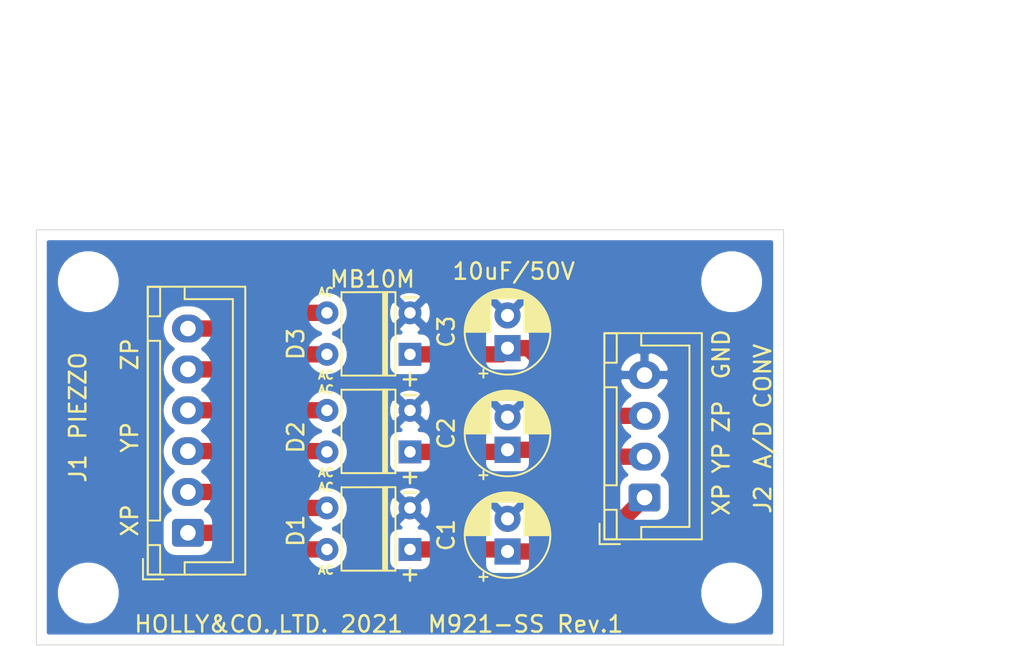
<source format=kicad_pcb>
(kicad_pcb (version 20171130) (host pcbnew 5.1.6-c6e7f7d~87~ubuntu18.04.1)

  (general
    (thickness 1.6)
    (drawings 20)
    (tracks 30)
    (zones 0)
    (modules 12)
    (nets 11)
  )

  (page A4)
  (title_block
    (title "M921-SS SHOCK STOCK CAPACITOR FOR 3-AXIS")
    (date 2021-09-16)
    (rev 1.00)
    (company HOLLY&CO.,LTD.)
    (comment 1 "Masafumi Horimoto")
  )

  (layers
    (0 F.Cu signal)
    (31 B.Cu signal)
    (32 B.Adhes user)
    (33 F.Adhes user)
    (34 B.Paste user)
    (35 F.Paste user)
    (36 B.SilkS user)
    (37 F.SilkS user)
    (38 B.Mask user)
    (39 F.Mask user)
    (40 Dwgs.User user)
    (41 Cmts.User user)
    (42 Eco1.User user)
    (43 Eco2.User user)
    (44 Edge.Cuts user)
    (45 Margin user)
    (46 B.CrtYd user)
    (47 F.CrtYd user)
    (48 B.Fab user)
    (49 F.Fab user)
  )

  (setup
    (last_trace_width 0.25)
    (user_trace_width 1)
    (trace_clearance 0.2)
    (zone_clearance 0.508)
    (zone_45_only no)
    (trace_min 0.2)
    (via_size 0.8)
    (via_drill 0.4)
    (via_min_size 0.4)
    (via_min_drill 0.3)
    (uvia_size 0.3)
    (uvia_drill 0.1)
    (uvias_allowed no)
    (uvia_min_size 0.2)
    (uvia_min_drill 0.1)
    (edge_width 0.05)
    (segment_width 0.2)
    (pcb_text_width 0.3)
    (pcb_text_size 1.5 1.5)
    (mod_edge_width 0.12)
    (mod_text_size 1 1)
    (mod_text_width 0.15)
    (pad_size 1.524 1.524)
    (pad_drill 0.762)
    (pad_to_mask_clearance 0.05)
    (aux_axis_origin 0 0)
    (visible_elements FFFFF77F)
    (pcbplotparams
      (layerselection 0x010fc_ffffffff)
      (usegerberextensions false)
      (usegerberattributes true)
      (usegerberadvancedattributes true)
      (creategerberjobfile true)
      (excludeedgelayer true)
      (linewidth 0.100000)
      (plotframeref false)
      (viasonmask false)
      (mode 1)
      (useauxorigin false)
      (hpglpennumber 1)
      (hpglpenspeed 20)
      (hpglpendiameter 15.000000)
      (psnegative false)
      (psa4output false)
      (plotreference true)
      (plotvalue true)
      (plotinvisibletext false)
      (padsonsilk false)
      (subtractmaskfromsilk false)
      (outputformat 1)
      (mirror false)
      (drillshape 0)
      (scaleselection 1)
      (outputdirectory "CAMOUT/"))
  )

  (net 0 "")
  (net 1 GND)
  (net 2 "Net-(C1-Pad1)")
  (net 3 "Net-(C2-Pad1)")
  (net 4 "Net-(C3-Pad1)")
  (net 5 "Net-(D1-Pad4)")
  (net 6 "Net-(D1-Pad3)")
  (net 7 "Net-(D2-Pad4)")
  (net 8 "Net-(D2-Pad3)")
  (net 9 "Net-(D3-Pad4)")
  (net 10 "Net-(D3-Pad3)")

  (net_class Default "This is the default net class."
    (clearance 0.2)
    (trace_width 0.25)
    (via_dia 0.8)
    (via_drill 0.4)
    (uvia_dia 0.3)
    (uvia_drill 0.1)
    (add_net GND)
    (add_net "Net-(C1-Pad1)")
    (add_net "Net-(C2-Pad1)")
    (add_net "Net-(C3-Pad1)")
    (add_net "Net-(D1-Pad3)")
    (add_net "Net-(D1-Pad4)")
    (add_net "Net-(D2-Pad3)")
    (add_net "Net-(D2-Pad4)")
    (add_net "Net-(D3-Pad3)")
    (add_net "Net-(D3-Pad4)")
  )

  (module Mounting_Holes:MountingHole_2.7mm_M2.5 (layer F.Cu) (tedit 56D1B4CB) (tstamp 61434DE2)
    (at 80.01 53.975)
    (descr "Mounting Hole 2.7mm, no annular, M2.5")
    (tags "mounting hole 2.7mm no annular m2.5")
    (attr virtual)
    (fp_text reference REF** (at 0 -3.7) (layer F.SilkS) hide
      (effects (font (size 1 1) (thickness 0.15)))
    )
    (fp_text value MountingHole_2.7mm_M2.5 (at 0 3.7) (layer F.Fab) hide
      (effects (font (size 1 1) (thickness 0.15)))
    )
    (fp_circle (center 0 0) (end 2.95 0) (layer F.CrtYd) (width 0.05))
    (fp_circle (center 0 0) (end 2.7 0) (layer Cmts.User) (width 0.15))
    (fp_text user %R (at 0.3 0) (layer F.Fab)
      (effects (font (size 1 1) (thickness 0.15)))
    )
    (pad 1 np_thru_hole circle (at 0 0) (size 2.7 2.7) (drill 2.7) (layers *.Cu *.Mask))
  )

  (module Mounting_Holes:MountingHole_2.7mm_M2.5 (layer F.Cu) (tedit 56D1B4CB) (tstamp 61434DD2)
    (at 80.01 73.025)
    (descr "Mounting Hole 2.7mm, no annular, M2.5")
    (tags "mounting hole 2.7mm no annular m2.5")
    (attr virtual)
    (fp_text reference REF** (at 0 -3.7) (layer F.SilkS) hide
      (effects (font (size 1 1) (thickness 0.15)))
    )
    (fp_text value MountingHole_2.7mm_M2.5 (at 0 3.7) (layer F.Fab) hide
      (effects (font (size 1 1) (thickness 0.15)))
    )
    (fp_circle (center 0 0) (end 2.7 0) (layer Cmts.User) (width 0.15))
    (fp_circle (center 0 0) (end 2.95 0) (layer F.CrtYd) (width 0.05))
    (fp_text user %R (at 0.3 0) (layer F.Fab)
      (effects (font (size 1 1) (thickness 0.15)))
    )
    (pad 1 np_thru_hole circle (at 0 0) (size 2.7 2.7) (drill 2.7) (layers *.Cu *.Mask))
  )

  (module Mounting_Holes:MountingHole_2.7mm_M2.5 (layer F.Cu) (tedit 56D1B4CB) (tstamp 61434DC4)
    (at 119.38 73.025)
    (descr "Mounting Hole 2.7mm, no annular, M2.5")
    (tags "mounting hole 2.7mm no annular m2.5")
    (attr virtual)
    (fp_text reference REF** (at 0 -3.7) (layer F.SilkS) hide
      (effects (font (size 1 1) (thickness 0.15)))
    )
    (fp_text value MountingHole_2.7mm_M2.5 (at 0 3.7) (layer F.Fab) hide
      (effects (font (size 1 1) (thickness 0.15)))
    )
    (fp_circle (center 0 0) (end 2.95 0) (layer F.CrtYd) (width 0.05))
    (fp_circle (center 0 0) (end 2.7 0) (layer Cmts.User) (width 0.15))
    (fp_text user %R (at 0.3 0) (layer F.Fab)
      (effects (font (size 1 1) (thickness 0.15)))
    )
    (pad 1 np_thru_hole circle (at 0 0) (size 2.7 2.7) (drill 2.7) (layers *.Cu *.Mask))
  )

  (module Mounting_Holes:MountingHole_2.7mm_M2.5 (layer F.Cu) (tedit 56D1B4CB) (tstamp 61434DC2)
    (at 119.38 53.975)
    (descr "Mounting Hole 2.7mm, no annular, M2.5")
    (tags "mounting hole 2.7mm no annular m2.5")
    (attr virtual)
    (fp_text reference REF** (at 0 -3.7) (layer F.SilkS) hide
      (effects (font (size 1 1) (thickness 0.15)))
    )
    (fp_text value MountingHole_2.7mm_M2.5 (at 0 3.7) (layer F.Fab) hide
      (effects (font (size 1 1) (thickness 0.15)))
    )
    (fp_circle (center 0 0) (end 2.7 0) (layer Cmts.User) (width 0.15))
    (fp_circle (center 0 0) (end 2.95 0) (layer F.CrtYd) (width 0.05))
    (fp_text user %R (at 0.3 0) (layer F.Fab)
      (effects (font (size 1 1) (thickness 0.15)))
    )
    (pad 1 np_thru_hole circle (at 0 0) (size 2.7 2.7) (drill 2.7) (layers *.Cu *.Mask))
  )

  (module Connector_JST:JST_XH_B4B-XH-A_1x04_P2.50mm_Vertical (layer F.Cu) (tedit 5C28146C) (tstamp 61433418)
    (at 114.046 67.183 90)
    (descr "JST XH series connector, B4B-XH-A (http://www.jst-mfg.com/product/pdf/eng/eXH.pdf), generated with kicad-footprint-generator")
    (tags "connector JST XH vertical")
    (path /614521C5)
    (fp_text reference J2 (at 3.75 -3.55 90) (layer F.SilkS) hide
      (effects (font (size 1 1) (thickness 0.15)))
    )
    (fp_text value "A/D CONV" (at 5.588 7.239 90) (layer F.SilkS)
      (effects (font (size 1 1) (thickness 0.15)))
    )
    (fp_line (start -2.45 -2.35) (end -2.45 3.4) (layer F.Fab) (width 0.1))
    (fp_line (start -2.45 3.4) (end 9.95 3.4) (layer F.Fab) (width 0.1))
    (fp_line (start 9.95 3.4) (end 9.95 -2.35) (layer F.Fab) (width 0.1))
    (fp_line (start 9.95 -2.35) (end -2.45 -2.35) (layer F.Fab) (width 0.1))
    (fp_line (start -2.56 -2.46) (end -2.56 3.51) (layer F.SilkS) (width 0.12))
    (fp_line (start -2.56 3.51) (end 10.06 3.51) (layer F.SilkS) (width 0.12))
    (fp_line (start 10.06 3.51) (end 10.06 -2.46) (layer F.SilkS) (width 0.12))
    (fp_line (start 10.06 -2.46) (end -2.56 -2.46) (layer F.SilkS) (width 0.12))
    (fp_line (start -2.95 -2.85) (end -2.95 3.9) (layer F.CrtYd) (width 0.05))
    (fp_line (start -2.95 3.9) (end 10.45 3.9) (layer F.CrtYd) (width 0.05))
    (fp_line (start 10.45 3.9) (end 10.45 -2.85) (layer F.CrtYd) (width 0.05))
    (fp_line (start 10.45 -2.85) (end -2.95 -2.85) (layer F.CrtYd) (width 0.05))
    (fp_line (start -0.625 -2.35) (end 0 -1.35) (layer F.Fab) (width 0.1))
    (fp_line (start 0 -1.35) (end 0.625 -2.35) (layer F.Fab) (width 0.1))
    (fp_line (start 0.75 -2.45) (end 0.75 -1.7) (layer F.SilkS) (width 0.12))
    (fp_line (start 0.75 -1.7) (end 6.75 -1.7) (layer F.SilkS) (width 0.12))
    (fp_line (start 6.75 -1.7) (end 6.75 -2.45) (layer F.SilkS) (width 0.12))
    (fp_line (start 6.75 -2.45) (end 0.75 -2.45) (layer F.SilkS) (width 0.12))
    (fp_line (start -2.55 -2.45) (end -2.55 -1.7) (layer F.SilkS) (width 0.12))
    (fp_line (start -2.55 -1.7) (end -0.75 -1.7) (layer F.SilkS) (width 0.12))
    (fp_line (start -0.75 -1.7) (end -0.75 -2.45) (layer F.SilkS) (width 0.12))
    (fp_line (start -0.75 -2.45) (end -2.55 -2.45) (layer F.SilkS) (width 0.12))
    (fp_line (start 8.25 -2.45) (end 8.25 -1.7) (layer F.SilkS) (width 0.12))
    (fp_line (start 8.25 -1.7) (end 10.05 -1.7) (layer F.SilkS) (width 0.12))
    (fp_line (start 10.05 -1.7) (end 10.05 -2.45) (layer F.SilkS) (width 0.12))
    (fp_line (start 10.05 -2.45) (end 8.25 -2.45) (layer F.SilkS) (width 0.12))
    (fp_line (start -2.55 -0.2) (end -1.8 -0.2) (layer F.SilkS) (width 0.12))
    (fp_line (start -1.8 -0.2) (end -1.8 2.75) (layer F.SilkS) (width 0.12))
    (fp_line (start -1.8 2.75) (end 3.75 2.75) (layer F.SilkS) (width 0.12))
    (fp_line (start 10.05 -0.2) (end 9.3 -0.2) (layer F.SilkS) (width 0.12))
    (fp_line (start 9.3 -0.2) (end 9.3 2.75) (layer F.SilkS) (width 0.12))
    (fp_line (start 9.3 2.75) (end 3.75 2.75) (layer F.SilkS) (width 0.12))
    (fp_line (start -1.6 -2.75) (end -2.85 -2.75) (layer F.SilkS) (width 0.12))
    (fp_line (start -2.85 -2.75) (end -2.85 -1.5) (layer F.SilkS) (width 0.12))
    (fp_text user %R (at -0.127 7.239 90) (layer F.SilkS)
      (effects (font (size 1 1) (thickness 0.15)))
    )
    (pad 4 thru_hole oval (at 7.5 0 90) (size 1.7 1.95) (drill 0.95) (layers *.Cu *.Mask)
      (net 1 GND))
    (pad 3 thru_hole oval (at 5 0 90) (size 1.7 1.95) (drill 0.95) (layers *.Cu *.Mask)
      (net 4 "Net-(C3-Pad1)"))
    (pad 2 thru_hole oval (at 2.5 0 90) (size 1.7 1.95) (drill 0.95) (layers *.Cu *.Mask)
      (net 3 "Net-(C2-Pad1)"))
    (pad 1 thru_hole roundrect (at 0 0 90) (size 1.7 1.95) (drill 0.95) (layers *.Cu *.Mask) (roundrect_rratio 0.147059)
      (net 2 "Net-(C1-Pad1)"))
    (model ${KISYS3DMOD}/Connector_JST.3dshapes/JST_XH_B4B-XH-A_1x04_P2.50mm_Vertical.wrl
      (at (xyz 0 0 0))
      (scale (xyz 1 1 1))
      (rotate (xyz 0 0 0))
    )
  )

  (module Connector_JST:JST_XH_B6B-XH-A_1x06_P2.50mm_Vertical (layer F.Cu) (tedit 5C28146C) (tstamp 614333ED)
    (at 86.106 69.342 90)
    (descr "JST XH series connector, B6B-XH-A (http://www.jst-mfg.com/product/pdf/eng/eXH.pdf), generated with kicad-footprint-generator")
    (tags "connector JST XH vertical")
    (path /6142C0EE)
    (fp_text reference J1 (at 3.937 -6.731 90) (layer F.SilkS)
      (effects (font (size 1 1) (thickness 0.15)))
    )
    (fp_text value PIEZZO (at 8.382 -6.731 90) (layer F.SilkS)
      (effects (font (size 1 1) (thickness 0.15)))
    )
    (fp_line (start -2.45 -2.35) (end -2.45 3.4) (layer F.Fab) (width 0.1))
    (fp_line (start -2.45 3.4) (end 14.95 3.4) (layer F.Fab) (width 0.1))
    (fp_line (start 14.95 3.4) (end 14.95 -2.35) (layer F.Fab) (width 0.1))
    (fp_line (start 14.95 -2.35) (end -2.45 -2.35) (layer F.Fab) (width 0.1))
    (fp_line (start -2.56 -2.46) (end -2.56 3.51) (layer F.SilkS) (width 0.12))
    (fp_line (start -2.56 3.51) (end 15.06 3.51) (layer F.SilkS) (width 0.12))
    (fp_line (start 15.06 3.51) (end 15.06 -2.46) (layer F.SilkS) (width 0.12))
    (fp_line (start 15.06 -2.46) (end -2.56 -2.46) (layer F.SilkS) (width 0.12))
    (fp_line (start -2.95 -2.85) (end -2.95 3.9) (layer F.CrtYd) (width 0.05))
    (fp_line (start -2.95 3.9) (end 15.45 3.9) (layer F.CrtYd) (width 0.05))
    (fp_line (start 15.45 3.9) (end 15.45 -2.85) (layer F.CrtYd) (width 0.05))
    (fp_line (start 15.45 -2.85) (end -2.95 -2.85) (layer F.CrtYd) (width 0.05))
    (fp_line (start -0.625 -2.35) (end 0 -1.35) (layer F.Fab) (width 0.1))
    (fp_line (start 0 -1.35) (end 0.625 -2.35) (layer F.Fab) (width 0.1))
    (fp_line (start 0.75 -2.45) (end 0.75 -1.7) (layer F.SilkS) (width 0.12))
    (fp_line (start 0.75 -1.7) (end 11.75 -1.7) (layer F.SilkS) (width 0.12))
    (fp_line (start 11.75 -1.7) (end 11.75 -2.45) (layer F.SilkS) (width 0.12))
    (fp_line (start 11.75 -2.45) (end 0.75 -2.45) (layer F.SilkS) (width 0.12))
    (fp_line (start -2.55 -2.45) (end -2.55 -1.7) (layer F.SilkS) (width 0.12))
    (fp_line (start -2.55 -1.7) (end -0.75 -1.7) (layer F.SilkS) (width 0.12))
    (fp_line (start -0.75 -1.7) (end -0.75 -2.45) (layer F.SilkS) (width 0.12))
    (fp_line (start -0.75 -2.45) (end -2.55 -2.45) (layer F.SilkS) (width 0.12))
    (fp_line (start 13.25 -2.45) (end 13.25 -1.7) (layer F.SilkS) (width 0.12))
    (fp_line (start 13.25 -1.7) (end 15.05 -1.7) (layer F.SilkS) (width 0.12))
    (fp_line (start 15.05 -1.7) (end 15.05 -2.45) (layer F.SilkS) (width 0.12))
    (fp_line (start 15.05 -2.45) (end 13.25 -2.45) (layer F.SilkS) (width 0.12))
    (fp_line (start -2.55 -0.2) (end -1.8 -0.2) (layer F.SilkS) (width 0.12))
    (fp_line (start -1.8 -0.2) (end -1.8 2.75) (layer F.SilkS) (width 0.12))
    (fp_line (start -1.8 2.75) (end 6.25 2.75) (layer F.SilkS) (width 0.12))
    (fp_line (start 15.05 -0.2) (end 14.3 -0.2) (layer F.SilkS) (width 0.12))
    (fp_line (start 14.3 -0.2) (end 14.3 2.75) (layer F.SilkS) (width 0.12))
    (fp_line (start 14.3 2.75) (end 6.25 2.75) (layer F.SilkS) (width 0.12))
    (fp_line (start -1.6 -2.75) (end -2.85 -2.75) (layer F.SilkS) (width 0.12))
    (fp_line (start -2.85 -2.75) (end -2.85 -1.5) (layer F.SilkS) (width 0.12))
    (fp_text user %R (at 6.25 2.7 90) (layer F.Fab)
      (effects (font (size 1 1) (thickness 0.15)))
    )
    (pad 6 thru_hole oval (at 12.5 0 90) (size 1.7 1.95) (drill 0.95) (layers *.Cu *.Mask)
      (net 10 "Net-(D3-Pad3)"))
    (pad 5 thru_hole oval (at 10 0 90) (size 1.7 1.95) (drill 0.95) (layers *.Cu *.Mask)
      (net 9 "Net-(D3-Pad4)"))
    (pad 4 thru_hole oval (at 7.5 0 90) (size 1.7 1.95) (drill 0.95) (layers *.Cu *.Mask)
      (net 8 "Net-(D2-Pad3)"))
    (pad 3 thru_hole oval (at 5 0 90) (size 1.7 1.95) (drill 0.95) (layers *.Cu *.Mask)
      (net 7 "Net-(D2-Pad4)"))
    (pad 2 thru_hole oval (at 2.5 0 90) (size 1.7 1.95) (drill 0.95) (layers *.Cu *.Mask)
      (net 6 "Net-(D1-Pad3)"))
    (pad 1 thru_hole roundrect (at 0 0 90) (size 1.7 1.95) (drill 0.95) (layers *.Cu *.Mask) (roundrect_rratio 0.147059)
      (net 5 "Net-(D1-Pad4)"))
    (model ${KISYS3DMOD}/Connector_JST.3dshapes/JST_XH_B6B-XH-A_1x06_P2.50mm_Vertical.wrl
      (at (xyz 0 0 0))
      (scale (xyz 1 1 1))
      (rotate (xyz 0 0 0))
    )
  )

  (module HOLLY_LIB:MB10M (layer F.Cu) (tedit 6142F493) (tstamp 614333C0)
    (at 99.695 58.42 180)
    (descr "4-lead dip package for diode bridges, row spacing 5.08mm, pin-spacing 2.54mm")
    (tags "DIL DIP PDIP 5.08mm 2.54")
    (path /61435783)
    (fp_text reference D3 (at 6.985 0.635 90) (layer F.SilkS)
      (effects (font (size 1 1) (thickness 0.15)))
    )
    (fp_text value MB10M (at 2.3 4.6) (layer F.SilkS)
      (effects (font (size 1 1) (thickness 0.15)))
    )
    (fp_line (start 6.03 3.85) (end -0.95 3.85) (layer F.CrtYd) (width 0.05))
    (fp_line (start 6.03 3.85) (end 6.03 -1.35) (layer F.CrtYd) (width 0.05))
    (fp_line (start -0.95 -1.35) (end -0.95 3.85) (layer F.CrtYd) (width 0.05))
    (fp_line (start -0.95 -1.35) (end 6.03 -1.35) (layer F.CrtYd) (width 0.05))
    (fp_line (start 4.191 -1.3) (end 0.889 -1.3) (layer F.SilkS) (width 0.12))
    (fp_line (start 0.889 -1.3) (end 0.889 3.8) (layer F.SilkS) (width 0.12))
    (fp_line (start 0.889 3.81) (end 4.191 3.8) (layer F.SilkS) (width 0.12))
    (fp_line (start 4.191 3.81) (end 4.191 -1.29) (layer F.SilkS) (width 0.12))
    (fp_line (start 0.508 -1.1) (end 4.6 -1.1) (layer F.Fab) (width 0.12))
    (fp_line (start 4.6 -1.1) (end 4.6 3.6) (layer F.Fab) (width 0.12))
    (fp_line (start 4.6 3.6) (end 0.5 3.6) (layer F.Fab) (width 0.12))
    (fp_line (start 0.5 3.6) (end 0.5 -1.0795) (layer F.Fab) (width 0.12))
    (fp_poly (pts (xy 1.651 3.81) (xy 1.397 3.81) (xy 1.397 -1.27) (xy 1.651 -1.27)) (layer F.SilkS) (width 0.1))
    (fp_text user AC (at 5.1435 3.81) (layer F.SilkS)
      (effects (font (size 0.5 0.5) (thickness 0.125)))
    )
    (fp_text user AC (at 5.1435 -1.27) (layer F.SilkS)
      (effects (font (size 0.5 0.5) (thickness 0.125)))
    )
    (fp_text user - (at 0 3.556) (layer F.SilkS)
      (effects (font (size 1 1) (thickness 0.15)))
    )
    (fp_text user + (at 0 -1.4605) (layer F.SilkS)
      (effects (font (size 1 1) (thickness 0.15)))
    )
    (fp_text user %R (at 2.6 1.5) (layer F.Fab)
      (effects (font (size 0.9 0.9) (thickness 0.15)))
    )
    (pad 4 thru_hole circle (at 5.08 0 180) (size 1.4 1.4) (drill 0.7) (layers *.Cu *.Mask)
      (net 9 "Net-(D3-Pad4)"))
    (pad 2 thru_hole circle (at 0 2.54 180) (size 1.4 1.4) (drill 0.7) (layers *.Cu *.Mask)
      (net 1 GND))
    (pad 3 thru_hole circle (at 5.08 2.54 180) (size 1.4 1.4) (drill 0.7) (layers *.Cu *.Mask)
      (net 10 "Net-(D3-Pad3)"))
    (pad 1 thru_hole rect (at 0 0 180) (size 1.4 1.4) (drill 0.7) (layers *.Cu *.Mask)
      (net 4 "Net-(C3-Pad1)"))
    (model ${KISYS3DMOD}/Diode_THT.3dshapes/Diode_Bridge_DIP-4_W5.08mm_P2.54mm.wrl
      (at (xyz 0 0 0))
      (scale (xyz 1 1 1))
      (rotate (xyz 0 0 0))
    )
  )

  (module HOLLY_LIB:MB10M (layer F.Cu) (tedit 6142F493) (tstamp 614333A6)
    (at 99.695 64.389 180)
    (descr "4-lead dip package for diode bridges, row spacing 5.08mm, pin-spacing 2.54mm")
    (tags "DIL DIP PDIP 5.08mm 2.54")
    (path /61434A91)
    (fp_text reference D2 (at 6.985 0.889 90) (layer F.SilkS)
      (effects (font (size 1 1) (thickness 0.15)))
    )
    (fp_text value MB10M (at 2.3 4.6) (layer F.Fab)
      (effects (font (size 1 1) (thickness 0.15)))
    )
    (fp_line (start 6.03 3.85) (end -0.95 3.85) (layer F.CrtYd) (width 0.05))
    (fp_line (start 6.03 3.85) (end 6.03 -1.35) (layer F.CrtYd) (width 0.05))
    (fp_line (start -0.95 -1.35) (end -0.95 3.85) (layer F.CrtYd) (width 0.05))
    (fp_line (start -0.95 -1.35) (end 6.03 -1.35) (layer F.CrtYd) (width 0.05))
    (fp_line (start 4.191 -1.3) (end 0.889 -1.3) (layer F.SilkS) (width 0.12))
    (fp_line (start 0.889 -1.3) (end 0.889 3.8) (layer F.SilkS) (width 0.12))
    (fp_line (start 0.889 3.81) (end 4.191 3.8) (layer F.SilkS) (width 0.12))
    (fp_line (start 4.191 3.81) (end 4.191 -1.29) (layer F.SilkS) (width 0.12))
    (fp_line (start 0.508 -1.1) (end 4.6 -1.1) (layer F.Fab) (width 0.12))
    (fp_line (start 4.6 -1.1) (end 4.6 3.6) (layer F.Fab) (width 0.12))
    (fp_line (start 4.6 3.6) (end 0.5 3.6) (layer F.Fab) (width 0.12))
    (fp_line (start 0.5 3.6) (end 0.5 -1.0795) (layer F.Fab) (width 0.12))
    (fp_poly (pts (xy 1.651 3.81) (xy 1.397 3.81) (xy 1.397 -1.27) (xy 1.651 -1.27)) (layer F.SilkS) (width 0.1))
    (fp_text user AC (at 5.1435 3.81) (layer F.SilkS)
      (effects (font (size 0.5 0.5) (thickness 0.125)))
    )
    (fp_text user AC (at 5.1435 -1.27) (layer F.SilkS)
      (effects (font (size 0.5 0.5) (thickness 0.125)))
    )
    (fp_text user - (at 0 3.556) (layer F.SilkS)
      (effects (font (size 1 1) (thickness 0.15)))
    )
    (fp_text user + (at 0 -1.4605) (layer F.SilkS)
      (effects (font (size 1 1) (thickness 0.15)))
    )
    (fp_text user %R (at 2.6 1.5) (layer F.Fab)
      (effects (font (size 0.9 0.9) (thickness 0.15)))
    )
    (pad 4 thru_hole circle (at 5.08 0 180) (size 1.4 1.4) (drill 0.7) (layers *.Cu *.Mask)
      (net 7 "Net-(D2-Pad4)"))
    (pad 2 thru_hole circle (at 0 2.54 180) (size 1.4 1.4) (drill 0.7) (layers *.Cu *.Mask)
      (net 1 GND))
    (pad 3 thru_hole circle (at 5.08 2.54 180) (size 1.4 1.4) (drill 0.7) (layers *.Cu *.Mask)
      (net 8 "Net-(D2-Pad3)"))
    (pad 1 thru_hole rect (at 0 0 180) (size 1.4 1.4) (drill 0.7) (layers *.Cu *.Mask)
      (net 3 "Net-(C2-Pad1)"))
    (model ${KISYS3DMOD}/Diode_THT.3dshapes/Diode_Bridge_DIP-4_W5.08mm_P2.54mm.wrl
      (at (xyz 0 0 0))
      (scale (xyz 1 1 1))
      (rotate (xyz 0 0 0))
    )
  )

  (module HOLLY_LIB:MB10M (layer F.Cu) (tedit 6142F493) (tstamp 6143338C)
    (at 99.695 70.358 180)
    (descr "4-lead dip package for diode bridges, row spacing 5.08mm, pin-spacing 2.54mm")
    (tags "DIL DIP PDIP 5.08mm 2.54")
    (path /614341ED)
    (fp_text reference D1 (at 6.985 1.143 90) (layer F.SilkS)
      (effects (font (size 1 1) (thickness 0.15)))
    )
    (fp_text value MB10M (at 2.3 4.6) (layer F.Fab)
      (effects (font (size 1 1) (thickness 0.15)))
    )
    (fp_line (start 6.03 3.85) (end -0.95 3.85) (layer F.CrtYd) (width 0.05))
    (fp_line (start 6.03 3.85) (end 6.03 -1.35) (layer F.CrtYd) (width 0.05))
    (fp_line (start -0.95 -1.35) (end -0.95 3.85) (layer F.CrtYd) (width 0.05))
    (fp_line (start -0.95 -1.35) (end 6.03 -1.35) (layer F.CrtYd) (width 0.05))
    (fp_line (start 4.191 -1.3) (end 0.889 -1.3) (layer F.SilkS) (width 0.12))
    (fp_line (start 0.889 -1.3) (end 0.889 3.8) (layer F.SilkS) (width 0.12))
    (fp_line (start 0.889 3.81) (end 4.191 3.8) (layer F.SilkS) (width 0.12))
    (fp_line (start 4.191 3.81) (end 4.191 -1.29) (layer F.SilkS) (width 0.12))
    (fp_line (start 0.508 -1.1) (end 4.6 -1.1) (layer F.Fab) (width 0.12))
    (fp_line (start 4.6 -1.1) (end 4.6 3.6) (layer F.Fab) (width 0.12))
    (fp_line (start 4.6 3.6) (end 0.5 3.6) (layer F.Fab) (width 0.12))
    (fp_line (start 0.5 3.6) (end 0.5 -1.0795) (layer F.Fab) (width 0.12))
    (fp_poly (pts (xy 1.651 3.81) (xy 1.397 3.81) (xy 1.397 -1.27) (xy 1.651 -1.27)) (layer F.SilkS) (width 0.1))
    (fp_text user AC (at 5.1435 3.81) (layer F.SilkS)
      (effects (font (size 0.5 0.5) (thickness 0.125)))
    )
    (fp_text user AC (at 5.1435 -1.27) (layer F.SilkS)
      (effects (font (size 0.5 0.5) (thickness 0.125)))
    )
    (fp_text user - (at 0 3.556) (layer F.SilkS)
      (effects (font (size 1 1) (thickness 0.15)))
    )
    (fp_text user + (at 0 -1.4605) (layer F.SilkS)
      (effects (font (size 1 1) (thickness 0.15)))
    )
    (fp_text user %R (at 2.6 1.5) (layer F.Fab)
      (effects (font (size 0.9 0.9) (thickness 0.15)))
    )
    (pad 4 thru_hole circle (at 5.08 0 180) (size 1.4 1.4) (drill 0.7) (layers *.Cu *.Mask)
      (net 5 "Net-(D1-Pad4)"))
    (pad 2 thru_hole circle (at 0 2.54 180) (size 1.4 1.4) (drill 0.7) (layers *.Cu *.Mask)
      (net 1 GND))
    (pad 3 thru_hole circle (at 5.08 2.54 180) (size 1.4 1.4) (drill 0.7) (layers *.Cu *.Mask)
      (net 6 "Net-(D1-Pad3)"))
    (pad 1 thru_hole rect (at 0 0 180) (size 1.4 1.4) (drill 0.7) (layers *.Cu *.Mask)
      (net 2 "Net-(C1-Pad1)"))
    (model ${KISYS3DMOD}/Diode_THT.3dshapes/Diode_Bridge_DIP-4_W5.08mm_P2.54mm.wrl
      (at (xyz 0 0 0))
      (scale (xyz 1 1 1))
      (rotate (xyz 0 0 0))
    )
  )

  (module Capacitor_THT:CP_Radial_D5.0mm_P2.00mm (layer F.Cu) (tedit 5AE50EF0) (tstamp 61433372)
    (at 105.664 58.039 90)
    (descr "CP, Radial series, Radial, pin pitch=2.00mm, , diameter=5mm, Electrolytic Capacitor")
    (tags "CP Radial series Radial pin pitch 2.00mm  diameter 5mm Electrolytic Capacitor")
    (path /6144A096)
    (fp_text reference C3 (at 1 -3.75 90) (layer F.SilkS)
      (effects (font (size 1 1) (thickness 0.15)))
    )
    (fp_text value 10uF/50V (at 4.699 0.381 180) (layer F.SilkS)
      (effects (font (size 1 1) (thickness 0.15)))
    )
    (fp_circle (center 1 0) (end 3.5 0) (layer F.Fab) (width 0.1))
    (fp_circle (center 1 0) (end 3.62 0) (layer F.SilkS) (width 0.12))
    (fp_circle (center 1 0) (end 3.75 0) (layer F.CrtYd) (width 0.05))
    (fp_line (start -1.133605 -1.0875) (end -0.633605 -1.0875) (layer F.Fab) (width 0.1))
    (fp_line (start -0.883605 -1.3375) (end -0.883605 -0.8375) (layer F.Fab) (width 0.1))
    (fp_line (start 1 1.04) (end 1 2.58) (layer F.SilkS) (width 0.12))
    (fp_line (start 1 -2.58) (end 1 -1.04) (layer F.SilkS) (width 0.12))
    (fp_line (start 1.04 1.04) (end 1.04 2.58) (layer F.SilkS) (width 0.12))
    (fp_line (start 1.04 -2.58) (end 1.04 -1.04) (layer F.SilkS) (width 0.12))
    (fp_line (start 1.08 -2.579) (end 1.08 -1.04) (layer F.SilkS) (width 0.12))
    (fp_line (start 1.08 1.04) (end 1.08 2.579) (layer F.SilkS) (width 0.12))
    (fp_line (start 1.12 -2.578) (end 1.12 -1.04) (layer F.SilkS) (width 0.12))
    (fp_line (start 1.12 1.04) (end 1.12 2.578) (layer F.SilkS) (width 0.12))
    (fp_line (start 1.16 -2.576) (end 1.16 -1.04) (layer F.SilkS) (width 0.12))
    (fp_line (start 1.16 1.04) (end 1.16 2.576) (layer F.SilkS) (width 0.12))
    (fp_line (start 1.2 -2.573) (end 1.2 -1.04) (layer F.SilkS) (width 0.12))
    (fp_line (start 1.2 1.04) (end 1.2 2.573) (layer F.SilkS) (width 0.12))
    (fp_line (start 1.24 -2.569) (end 1.24 -1.04) (layer F.SilkS) (width 0.12))
    (fp_line (start 1.24 1.04) (end 1.24 2.569) (layer F.SilkS) (width 0.12))
    (fp_line (start 1.28 -2.565) (end 1.28 -1.04) (layer F.SilkS) (width 0.12))
    (fp_line (start 1.28 1.04) (end 1.28 2.565) (layer F.SilkS) (width 0.12))
    (fp_line (start 1.32 -2.561) (end 1.32 -1.04) (layer F.SilkS) (width 0.12))
    (fp_line (start 1.32 1.04) (end 1.32 2.561) (layer F.SilkS) (width 0.12))
    (fp_line (start 1.36 -2.556) (end 1.36 -1.04) (layer F.SilkS) (width 0.12))
    (fp_line (start 1.36 1.04) (end 1.36 2.556) (layer F.SilkS) (width 0.12))
    (fp_line (start 1.4 -2.55) (end 1.4 -1.04) (layer F.SilkS) (width 0.12))
    (fp_line (start 1.4 1.04) (end 1.4 2.55) (layer F.SilkS) (width 0.12))
    (fp_line (start 1.44 -2.543) (end 1.44 -1.04) (layer F.SilkS) (width 0.12))
    (fp_line (start 1.44 1.04) (end 1.44 2.543) (layer F.SilkS) (width 0.12))
    (fp_line (start 1.48 -2.536) (end 1.48 -1.04) (layer F.SilkS) (width 0.12))
    (fp_line (start 1.48 1.04) (end 1.48 2.536) (layer F.SilkS) (width 0.12))
    (fp_line (start 1.52 -2.528) (end 1.52 -1.04) (layer F.SilkS) (width 0.12))
    (fp_line (start 1.52 1.04) (end 1.52 2.528) (layer F.SilkS) (width 0.12))
    (fp_line (start 1.56 -2.52) (end 1.56 -1.04) (layer F.SilkS) (width 0.12))
    (fp_line (start 1.56 1.04) (end 1.56 2.52) (layer F.SilkS) (width 0.12))
    (fp_line (start 1.6 -2.511) (end 1.6 -1.04) (layer F.SilkS) (width 0.12))
    (fp_line (start 1.6 1.04) (end 1.6 2.511) (layer F.SilkS) (width 0.12))
    (fp_line (start 1.64 -2.501) (end 1.64 -1.04) (layer F.SilkS) (width 0.12))
    (fp_line (start 1.64 1.04) (end 1.64 2.501) (layer F.SilkS) (width 0.12))
    (fp_line (start 1.68 -2.491) (end 1.68 -1.04) (layer F.SilkS) (width 0.12))
    (fp_line (start 1.68 1.04) (end 1.68 2.491) (layer F.SilkS) (width 0.12))
    (fp_line (start 1.721 -2.48) (end 1.721 -1.04) (layer F.SilkS) (width 0.12))
    (fp_line (start 1.721 1.04) (end 1.721 2.48) (layer F.SilkS) (width 0.12))
    (fp_line (start 1.761 -2.468) (end 1.761 -1.04) (layer F.SilkS) (width 0.12))
    (fp_line (start 1.761 1.04) (end 1.761 2.468) (layer F.SilkS) (width 0.12))
    (fp_line (start 1.801 -2.455) (end 1.801 -1.04) (layer F.SilkS) (width 0.12))
    (fp_line (start 1.801 1.04) (end 1.801 2.455) (layer F.SilkS) (width 0.12))
    (fp_line (start 1.841 -2.442) (end 1.841 -1.04) (layer F.SilkS) (width 0.12))
    (fp_line (start 1.841 1.04) (end 1.841 2.442) (layer F.SilkS) (width 0.12))
    (fp_line (start 1.881 -2.428) (end 1.881 -1.04) (layer F.SilkS) (width 0.12))
    (fp_line (start 1.881 1.04) (end 1.881 2.428) (layer F.SilkS) (width 0.12))
    (fp_line (start 1.921 -2.414) (end 1.921 -1.04) (layer F.SilkS) (width 0.12))
    (fp_line (start 1.921 1.04) (end 1.921 2.414) (layer F.SilkS) (width 0.12))
    (fp_line (start 1.961 -2.398) (end 1.961 -1.04) (layer F.SilkS) (width 0.12))
    (fp_line (start 1.961 1.04) (end 1.961 2.398) (layer F.SilkS) (width 0.12))
    (fp_line (start 2.001 -2.382) (end 2.001 -1.04) (layer F.SilkS) (width 0.12))
    (fp_line (start 2.001 1.04) (end 2.001 2.382) (layer F.SilkS) (width 0.12))
    (fp_line (start 2.041 -2.365) (end 2.041 -1.04) (layer F.SilkS) (width 0.12))
    (fp_line (start 2.041 1.04) (end 2.041 2.365) (layer F.SilkS) (width 0.12))
    (fp_line (start 2.081 -2.348) (end 2.081 -1.04) (layer F.SilkS) (width 0.12))
    (fp_line (start 2.081 1.04) (end 2.081 2.348) (layer F.SilkS) (width 0.12))
    (fp_line (start 2.121 -2.329) (end 2.121 -1.04) (layer F.SilkS) (width 0.12))
    (fp_line (start 2.121 1.04) (end 2.121 2.329) (layer F.SilkS) (width 0.12))
    (fp_line (start 2.161 -2.31) (end 2.161 -1.04) (layer F.SilkS) (width 0.12))
    (fp_line (start 2.161 1.04) (end 2.161 2.31) (layer F.SilkS) (width 0.12))
    (fp_line (start 2.201 -2.29) (end 2.201 -1.04) (layer F.SilkS) (width 0.12))
    (fp_line (start 2.201 1.04) (end 2.201 2.29) (layer F.SilkS) (width 0.12))
    (fp_line (start 2.241 -2.268) (end 2.241 -1.04) (layer F.SilkS) (width 0.12))
    (fp_line (start 2.241 1.04) (end 2.241 2.268) (layer F.SilkS) (width 0.12))
    (fp_line (start 2.281 -2.247) (end 2.281 -1.04) (layer F.SilkS) (width 0.12))
    (fp_line (start 2.281 1.04) (end 2.281 2.247) (layer F.SilkS) (width 0.12))
    (fp_line (start 2.321 -2.224) (end 2.321 -1.04) (layer F.SilkS) (width 0.12))
    (fp_line (start 2.321 1.04) (end 2.321 2.224) (layer F.SilkS) (width 0.12))
    (fp_line (start 2.361 -2.2) (end 2.361 -1.04) (layer F.SilkS) (width 0.12))
    (fp_line (start 2.361 1.04) (end 2.361 2.2) (layer F.SilkS) (width 0.12))
    (fp_line (start 2.401 -2.175) (end 2.401 -1.04) (layer F.SilkS) (width 0.12))
    (fp_line (start 2.401 1.04) (end 2.401 2.175) (layer F.SilkS) (width 0.12))
    (fp_line (start 2.441 -2.149) (end 2.441 -1.04) (layer F.SilkS) (width 0.12))
    (fp_line (start 2.441 1.04) (end 2.441 2.149) (layer F.SilkS) (width 0.12))
    (fp_line (start 2.481 -2.122) (end 2.481 -1.04) (layer F.SilkS) (width 0.12))
    (fp_line (start 2.481 1.04) (end 2.481 2.122) (layer F.SilkS) (width 0.12))
    (fp_line (start 2.521 -2.095) (end 2.521 -1.04) (layer F.SilkS) (width 0.12))
    (fp_line (start 2.521 1.04) (end 2.521 2.095) (layer F.SilkS) (width 0.12))
    (fp_line (start 2.561 -2.065) (end 2.561 -1.04) (layer F.SilkS) (width 0.12))
    (fp_line (start 2.561 1.04) (end 2.561 2.065) (layer F.SilkS) (width 0.12))
    (fp_line (start 2.601 -2.035) (end 2.601 -1.04) (layer F.SilkS) (width 0.12))
    (fp_line (start 2.601 1.04) (end 2.601 2.035) (layer F.SilkS) (width 0.12))
    (fp_line (start 2.641 -2.004) (end 2.641 -1.04) (layer F.SilkS) (width 0.12))
    (fp_line (start 2.641 1.04) (end 2.641 2.004) (layer F.SilkS) (width 0.12))
    (fp_line (start 2.681 -1.971) (end 2.681 -1.04) (layer F.SilkS) (width 0.12))
    (fp_line (start 2.681 1.04) (end 2.681 1.971) (layer F.SilkS) (width 0.12))
    (fp_line (start 2.721 -1.937) (end 2.721 -1.04) (layer F.SilkS) (width 0.12))
    (fp_line (start 2.721 1.04) (end 2.721 1.937) (layer F.SilkS) (width 0.12))
    (fp_line (start 2.761 -1.901) (end 2.761 -1.04) (layer F.SilkS) (width 0.12))
    (fp_line (start 2.761 1.04) (end 2.761 1.901) (layer F.SilkS) (width 0.12))
    (fp_line (start 2.801 -1.864) (end 2.801 -1.04) (layer F.SilkS) (width 0.12))
    (fp_line (start 2.801 1.04) (end 2.801 1.864) (layer F.SilkS) (width 0.12))
    (fp_line (start 2.841 -1.826) (end 2.841 -1.04) (layer F.SilkS) (width 0.12))
    (fp_line (start 2.841 1.04) (end 2.841 1.826) (layer F.SilkS) (width 0.12))
    (fp_line (start 2.881 -1.785) (end 2.881 -1.04) (layer F.SilkS) (width 0.12))
    (fp_line (start 2.881 1.04) (end 2.881 1.785) (layer F.SilkS) (width 0.12))
    (fp_line (start 2.921 -1.743) (end 2.921 -1.04) (layer F.SilkS) (width 0.12))
    (fp_line (start 2.921 1.04) (end 2.921 1.743) (layer F.SilkS) (width 0.12))
    (fp_line (start 2.961 -1.699) (end 2.961 -1.04) (layer F.SilkS) (width 0.12))
    (fp_line (start 2.961 1.04) (end 2.961 1.699) (layer F.SilkS) (width 0.12))
    (fp_line (start 3.001 -1.653) (end 3.001 -1.04) (layer F.SilkS) (width 0.12))
    (fp_line (start 3.001 1.04) (end 3.001 1.653) (layer F.SilkS) (width 0.12))
    (fp_line (start 3.041 -1.605) (end 3.041 1.605) (layer F.SilkS) (width 0.12))
    (fp_line (start 3.081 -1.554) (end 3.081 1.554) (layer F.SilkS) (width 0.12))
    (fp_line (start 3.121 -1.5) (end 3.121 1.5) (layer F.SilkS) (width 0.12))
    (fp_line (start 3.161 -1.443) (end 3.161 1.443) (layer F.SilkS) (width 0.12))
    (fp_line (start 3.201 -1.383) (end 3.201 1.383) (layer F.SilkS) (width 0.12))
    (fp_line (start 3.241 -1.319) (end 3.241 1.319) (layer F.SilkS) (width 0.12))
    (fp_line (start 3.281 -1.251) (end 3.281 1.251) (layer F.SilkS) (width 0.12))
    (fp_line (start 3.321 -1.178) (end 3.321 1.178) (layer F.SilkS) (width 0.12))
    (fp_line (start 3.361 -1.098) (end 3.361 1.098) (layer F.SilkS) (width 0.12))
    (fp_line (start 3.401 -1.011) (end 3.401 1.011) (layer F.SilkS) (width 0.12))
    (fp_line (start 3.441 -0.915) (end 3.441 0.915) (layer F.SilkS) (width 0.12))
    (fp_line (start 3.481 -0.805) (end 3.481 0.805) (layer F.SilkS) (width 0.12))
    (fp_line (start 3.521 -0.677) (end 3.521 0.677) (layer F.SilkS) (width 0.12))
    (fp_line (start 3.561 -0.518) (end 3.561 0.518) (layer F.SilkS) (width 0.12))
    (fp_line (start 3.601 -0.284) (end 3.601 0.284) (layer F.SilkS) (width 0.12))
    (fp_line (start -1.804775 -1.475) (end -1.304775 -1.475) (layer F.SilkS) (width 0.12))
    (fp_line (start -1.554775 -1.725) (end -1.554775 -1.225) (layer F.SilkS) (width 0.12))
    (fp_text user %R (at 1 0 90) (layer F.Fab)
      (effects (font (size 1 1) (thickness 0.15)))
    )
    (pad 2 thru_hole circle (at 2 0 90) (size 1.6 1.6) (drill 0.8) (layers *.Cu *.Mask)
      (net 1 GND))
    (pad 1 thru_hole rect (at 0 0 90) (size 1.6 1.6) (drill 0.8) (layers *.Cu *.Mask)
      (net 4 "Net-(C3-Pad1)"))
    (model ${KISYS3DMOD}/Capacitor_THT.3dshapes/CP_Radial_D5.0mm_P2.00mm.wrl
      (at (xyz 0 0 0))
      (scale (xyz 1 1 1))
      (rotate (xyz 0 0 0))
    )
  )

  (module Capacitor_THT:CP_Radial_D5.0mm_P2.00mm (layer F.Cu) (tedit 5AE50EF0) (tstamp 614332EF)
    (at 105.664 64.262 90)
    (descr "CP, Radial series, Radial, pin pitch=2.00mm, , diameter=5mm, Electrolytic Capacitor")
    (tags "CP Radial series Radial pin pitch 2.00mm  diameter 5mm Electrolytic Capacitor")
    (path /61449870)
    (fp_text reference C2 (at 1 -3.75 90) (layer F.SilkS)
      (effects (font (size 1 1) (thickness 0.15)))
    )
    (fp_text value 10uF/50V (at 1 3.75 90) (layer F.Fab)
      (effects (font (size 1 1) (thickness 0.15)))
    )
    (fp_circle (center 1 0) (end 3.5 0) (layer F.Fab) (width 0.1))
    (fp_circle (center 1 0) (end 3.62 0) (layer F.SilkS) (width 0.12))
    (fp_circle (center 1 0) (end 3.75 0) (layer F.CrtYd) (width 0.05))
    (fp_line (start -1.133605 -1.0875) (end -0.633605 -1.0875) (layer F.Fab) (width 0.1))
    (fp_line (start -0.883605 -1.3375) (end -0.883605 -0.8375) (layer F.Fab) (width 0.1))
    (fp_line (start 1 1.04) (end 1 2.58) (layer F.SilkS) (width 0.12))
    (fp_line (start 1 -2.58) (end 1 -1.04) (layer F.SilkS) (width 0.12))
    (fp_line (start 1.04 1.04) (end 1.04 2.58) (layer F.SilkS) (width 0.12))
    (fp_line (start 1.04 -2.58) (end 1.04 -1.04) (layer F.SilkS) (width 0.12))
    (fp_line (start 1.08 -2.579) (end 1.08 -1.04) (layer F.SilkS) (width 0.12))
    (fp_line (start 1.08 1.04) (end 1.08 2.579) (layer F.SilkS) (width 0.12))
    (fp_line (start 1.12 -2.578) (end 1.12 -1.04) (layer F.SilkS) (width 0.12))
    (fp_line (start 1.12 1.04) (end 1.12 2.578) (layer F.SilkS) (width 0.12))
    (fp_line (start 1.16 -2.576) (end 1.16 -1.04) (layer F.SilkS) (width 0.12))
    (fp_line (start 1.16 1.04) (end 1.16 2.576) (layer F.SilkS) (width 0.12))
    (fp_line (start 1.2 -2.573) (end 1.2 -1.04) (layer F.SilkS) (width 0.12))
    (fp_line (start 1.2 1.04) (end 1.2 2.573) (layer F.SilkS) (width 0.12))
    (fp_line (start 1.24 -2.569) (end 1.24 -1.04) (layer F.SilkS) (width 0.12))
    (fp_line (start 1.24 1.04) (end 1.24 2.569) (layer F.SilkS) (width 0.12))
    (fp_line (start 1.28 -2.565) (end 1.28 -1.04) (layer F.SilkS) (width 0.12))
    (fp_line (start 1.28 1.04) (end 1.28 2.565) (layer F.SilkS) (width 0.12))
    (fp_line (start 1.32 -2.561) (end 1.32 -1.04) (layer F.SilkS) (width 0.12))
    (fp_line (start 1.32 1.04) (end 1.32 2.561) (layer F.SilkS) (width 0.12))
    (fp_line (start 1.36 -2.556) (end 1.36 -1.04) (layer F.SilkS) (width 0.12))
    (fp_line (start 1.36 1.04) (end 1.36 2.556) (layer F.SilkS) (width 0.12))
    (fp_line (start 1.4 -2.55) (end 1.4 -1.04) (layer F.SilkS) (width 0.12))
    (fp_line (start 1.4 1.04) (end 1.4 2.55) (layer F.SilkS) (width 0.12))
    (fp_line (start 1.44 -2.543) (end 1.44 -1.04) (layer F.SilkS) (width 0.12))
    (fp_line (start 1.44 1.04) (end 1.44 2.543) (layer F.SilkS) (width 0.12))
    (fp_line (start 1.48 -2.536) (end 1.48 -1.04) (layer F.SilkS) (width 0.12))
    (fp_line (start 1.48 1.04) (end 1.48 2.536) (layer F.SilkS) (width 0.12))
    (fp_line (start 1.52 -2.528) (end 1.52 -1.04) (layer F.SilkS) (width 0.12))
    (fp_line (start 1.52 1.04) (end 1.52 2.528) (layer F.SilkS) (width 0.12))
    (fp_line (start 1.56 -2.52) (end 1.56 -1.04) (layer F.SilkS) (width 0.12))
    (fp_line (start 1.56 1.04) (end 1.56 2.52) (layer F.SilkS) (width 0.12))
    (fp_line (start 1.6 -2.511) (end 1.6 -1.04) (layer F.SilkS) (width 0.12))
    (fp_line (start 1.6 1.04) (end 1.6 2.511) (layer F.SilkS) (width 0.12))
    (fp_line (start 1.64 -2.501) (end 1.64 -1.04) (layer F.SilkS) (width 0.12))
    (fp_line (start 1.64 1.04) (end 1.64 2.501) (layer F.SilkS) (width 0.12))
    (fp_line (start 1.68 -2.491) (end 1.68 -1.04) (layer F.SilkS) (width 0.12))
    (fp_line (start 1.68 1.04) (end 1.68 2.491) (layer F.SilkS) (width 0.12))
    (fp_line (start 1.721 -2.48) (end 1.721 -1.04) (layer F.SilkS) (width 0.12))
    (fp_line (start 1.721 1.04) (end 1.721 2.48) (layer F.SilkS) (width 0.12))
    (fp_line (start 1.761 -2.468) (end 1.761 -1.04) (layer F.SilkS) (width 0.12))
    (fp_line (start 1.761 1.04) (end 1.761 2.468) (layer F.SilkS) (width 0.12))
    (fp_line (start 1.801 -2.455) (end 1.801 -1.04) (layer F.SilkS) (width 0.12))
    (fp_line (start 1.801 1.04) (end 1.801 2.455) (layer F.SilkS) (width 0.12))
    (fp_line (start 1.841 -2.442) (end 1.841 -1.04) (layer F.SilkS) (width 0.12))
    (fp_line (start 1.841 1.04) (end 1.841 2.442) (layer F.SilkS) (width 0.12))
    (fp_line (start 1.881 -2.428) (end 1.881 -1.04) (layer F.SilkS) (width 0.12))
    (fp_line (start 1.881 1.04) (end 1.881 2.428) (layer F.SilkS) (width 0.12))
    (fp_line (start 1.921 -2.414) (end 1.921 -1.04) (layer F.SilkS) (width 0.12))
    (fp_line (start 1.921 1.04) (end 1.921 2.414) (layer F.SilkS) (width 0.12))
    (fp_line (start 1.961 -2.398) (end 1.961 -1.04) (layer F.SilkS) (width 0.12))
    (fp_line (start 1.961 1.04) (end 1.961 2.398) (layer F.SilkS) (width 0.12))
    (fp_line (start 2.001 -2.382) (end 2.001 -1.04) (layer F.SilkS) (width 0.12))
    (fp_line (start 2.001 1.04) (end 2.001 2.382) (layer F.SilkS) (width 0.12))
    (fp_line (start 2.041 -2.365) (end 2.041 -1.04) (layer F.SilkS) (width 0.12))
    (fp_line (start 2.041 1.04) (end 2.041 2.365) (layer F.SilkS) (width 0.12))
    (fp_line (start 2.081 -2.348) (end 2.081 -1.04) (layer F.SilkS) (width 0.12))
    (fp_line (start 2.081 1.04) (end 2.081 2.348) (layer F.SilkS) (width 0.12))
    (fp_line (start 2.121 -2.329) (end 2.121 -1.04) (layer F.SilkS) (width 0.12))
    (fp_line (start 2.121 1.04) (end 2.121 2.329) (layer F.SilkS) (width 0.12))
    (fp_line (start 2.161 -2.31) (end 2.161 -1.04) (layer F.SilkS) (width 0.12))
    (fp_line (start 2.161 1.04) (end 2.161 2.31) (layer F.SilkS) (width 0.12))
    (fp_line (start 2.201 -2.29) (end 2.201 -1.04) (layer F.SilkS) (width 0.12))
    (fp_line (start 2.201 1.04) (end 2.201 2.29) (layer F.SilkS) (width 0.12))
    (fp_line (start 2.241 -2.268) (end 2.241 -1.04) (layer F.SilkS) (width 0.12))
    (fp_line (start 2.241 1.04) (end 2.241 2.268) (layer F.SilkS) (width 0.12))
    (fp_line (start 2.281 -2.247) (end 2.281 -1.04) (layer F.SilkS) (width 0.12))
    (fp_line (start 2.281 1.04) (end 2.281 2.247) (layer F.SilkS) (width 0.12))
    (fp_line (start 2.321 -2.224) (end 2.321 -1.04) (layer F.SilkS) (width 0.12))
    (fp_line (start 2.321 1.04) (end 2.321 2.224) (layer F.SilkS) (width 0.12))
    (fp_line (start 2.361 -2.2) (end 2.361 -1.04) (layer F.SilkS) (width 0.12))
    (fp_line (start 2.361 1.04) (end 2.361 2.2) (layer F.SilkS) (width 0.12))
    (fp_line (start 2.401 -2.175) (end 2.401 -1.04) (layer F.SilkS) (width 0.12))
    (fp_line (start 2.401 1.04) (end 2.401 2.175) (layer F.SilkS) (width 0.12))
    (fp_line (start 2.441 -2.149) (end 2.441 -1.04) (layer F.SilkS) (width 0.12))
    (fp_line (start 2.441 1.04) (end 2.441 2.149) (layer F.SilkS) (width 0.12))
    (fp_line (start 2.481 -2.122) (end 2.481 -1.04) (layer F.SilkS) (width 0.12))
    (fp_line (start 2.481 1.04) (end 2.481 2.122) (layer F.SilkS) (width 0.12))
    (fp_line (start 2.521 -2.095) (end 2.521 -1.04) (layer F.SilkS) (width 0.12))
    (fp_line (start 2.521 1.04) (end 2.521 2.095) (layer F.SilkS) (width 0.12))
    (fp_line (start 2.561 -2.065) (end 2.561 -1.04) (layer F.SilkS) (width 0.12))
    (fp_line (start 2.561 1.04) (end 2.561 2.065) (layer F.SilkS) (width 0.12))
    (fp_line (start 2.601 -2.035) (end 2.601 -1.04) (layer F.SilkS) (width 0.12))
    (fp_line (start 2.601 1.04) (end 2.601 2.035) (layer F.SilkS) (width 0.12))
    (fp_line (start 2.641 -2.004) (end 2.641 -1.04) (layer F.SilkS) (width 0.12))
    (fp_line (start 2.641 1.04) (end 2.641 2.004) (layer F.SilkS) (width 0.12))
    (fp_line (start 2.681 -1.971) (end 2.681 -1.04) (layer F.SilkS) (width 0.12))
    (fp_line (start 2.681 1.04) (end 2.681 1.971) (layer F.SilkS) (width 0.12))
    (fp_line (start 2.721 -1.937) (end 2.721 -1.04) (layer F.SilkS) (width 0.12))
    (fp_line (start 2.721 1.04) (end 2.721 1.937) (layer F.SilkS) (width 0.12))
    (fp_line (start 2.761 -1.901) (end 2.761 -1.04) (layer F.SilkS) (width 0.12))
    (fp_line (start 2.761 1.04) (end 2.761 1.901) (layer F.SilkS) (width 0.12))
    (fp_line (start 2.801 -1.864) (end 2.801 -1.04) (layer F.SilkS) (width 0.12))
    (fp_line (start 2.801 1.04) (end 2.801 1.864) (layer F.SilkS) (width 0.12))
    (fp_line (start 2.841 -1.826) (end 2.841 -1.04) (layer F.SilkS) (width 0.12))
    (fp_line (start 2.841 1.04) (end 2.841 1.826) (layer F.SilkS) (width 0.12))
    (fp_line (start 2.881 -1.785) (end 2.881 -1.04) (layer F.SilkS) (width 0.12))
    (fp_line (start 2.881 1.04) (end 2.881 1.785) (layer F.SilkS) (width 0.12))
    (fp_line (start 2.921 -1.743) (end 2.921 -1.04) (layer F.SilkS) (width 0.12))
    (fp_line (start 2.921 1.04) (end 2.921 1.743) (layer F.SilkS) (width 0.12))
    (fp_line (start 2.961 -1.699) (end 2.961 -1.04) (layer F.SilkS) (width 0.12))
    (fp_line (start 2.961 1.04) (end 2.961 1.699) (layer F.SilkS) (width 0.12))
    (fp_line (start 3.001 -1.653) (end 3.001 -1.04) (layer F.SilkS) (width 0.12))
    (fp_line (start 3.001 1.04) (end 3.001 1.653) (layer F.SilkS) (width 0.12))
    (fp_line (start 3.041 -1.605) (end 3.041 1.605) (layer F.SilkS) (width 0.12))
    (fp_line (start 3.081 -1.554) (end 3.081 1.554) (layer F.SilkS) (width 0.12))
    (fp_line (start 3.121 -1.5) (end 3.121 1.5) (layer F.SilkS) (width 0.12))
    (fp_line (start 3.161 -1.443) (end 3.161 1.443) (layer F.SilkS) (width 0.12))
    (fp_line (start 3.201 -1.383) (end 3.201 1.383) (layer F.SilkS) (width 0.12))
    (fp_line (start 3.241 -1.319) (end 3.241 1.319) (layer F.SilkS) (width 0.12))
    (fp_line (start 3.281 -1.251) (end 3.281 1.251) (layer F.SilkS) (width 0.12))
    (fp_line (start 3.321 -1.178) (end 3.321 1.178) (layer F.SilkS) (width 0.12))
    (fp_line (start 3.361 -1.098) (end 3.361 1.098) (layer F.SilkS) (width 0.12))
    (fp_line (start 3.401 -1.011) (end 3.401 1.011) (layer F.SilkS) (width 0.12))
    (fp_line (start 3.441 -0.915) (end 3.441 0.915) (layer F.SilkS) (width 0.12))
    (fp_line (start 3.481 -0.805) (end 3.481 0.805) (layer F.SilkS) (width 0.12))
    (fp_line (start 3.521 -0.677) (end 3.521 0.677) (layer F.SilkS) (width 0.12))
    (fp_line (start 3.561 -0.518) (end 3.561 0.518) (layer F.SilkS) (width 0.12))
    (fp_line (start 3.601 -0.284) (end 3.601 0.284) (layer F.SilkS) (width 0.12))
    (fp_line (start -1.804775 -1.475) (end -1.304775 -1.475) (layer F.SilkS) (width 0.12))
    (fp_line (start -1.554775 -1.725) (end -1.554775 -1.225) (layer F.SilkS) (width 0.12))
    (fp_text user %R (at 1 0 90) (layer F.Fab)
      (effects (font (size 1 1) (thickness 0.15)))
    )
    (pad 2 thru_hole circle (at 2 0 90) (size 1.6 1.6) (drill 0.8) (layers *.Cu *.Mask)
      (net 1 GND))
    (pad 1 thru_hole rect (at 0 0 90) (size 1.6 1.6) (drill 0.8) (layers *.Cu *.Mask)
      (net 3 "Net-(C2-Pad1)"))
    (model ${KISYS3DMOD}/Capacitor_THT.3dshapes/CP_Radial_D5.0mm_P2.00mm.wrl
      (at (xyz 0 0 0))
      (scale (xyz 1 1 1))
      (rotate (xyz 0 0 0))
    )
  )

  (module Capacitor_THT:CP_Radial_D5.0mm_P2.00mm (layer F.Cu) (tedit 5AE50EF0) (tstamp 6143326C)
    (at 105.664 70.485 90)
    (descr "CP, Radial series, Radial, pin pitch=2.00mm, , diameter=5mm, Electrolytic Capacitor")
    (tags "CP Radial series Radial pin pitch 2.00mm  diameter 5mm Electrolytic Capacitor")
    (path /61446F1D)
    (fp_text reference C1 (at 1 -3.75 90) (layer F.SilkS)
      (effects (font (size 1 1) (thickness 0.15)))
    )
    (fp_text value 10uF/50V (at 1 3.75 90) (layer F.Fab)
      (effects (font (size 1 1) (thickness 0.15)))
    )
    (fp_circle (center 1 0) (end 3.5 0) (layer F.Fab) (width 0.1))
    (fp_circle (center 1 0) (end 3.62 0) (layer F.SilkS) (width 0.12))
    (fp_circle (center 1 0) (end 3.75 0) (layer F.CrtYd) (width 0.05))
    (fp_line (start -1.133605 -1.0875) (end -0.633605 -1.0875) (layer F.Fab) (width 0.1))
    (fp_line (start -0.883605 -1.3375) (end -0.883605 -0.8375) (layer F.Fab) (width 0.1))
    (fp_line (start 1 1.04) (end 1 2.58) (layer F.SilkS) (width 0.12))
    (fp_line (start 1 -2.58) (end 1 -1.04) (layer F.SilkS) (width 0.12))
    (fp_line (start 1.04 1.04) (end 1.04 2.58) (layer F.SilkS) (width 0.12))
    (fp_line (start 1.04 -2.58) (end 1.04 -1.04) (layer F.SilkS) (width 0.12))
    (fp_line (start 1.08 -2.579) (end 1.08 -1.04) (layer F.SilkS) (width 0.12))
    (fp_line (start 1.08 1.04) (end 1.08 2.579) (layer F.SilkS) (width 0.12))
    (fp_line (start 1.12 -2.578) (end 1.12 -1.04) (layer F.SilkS) (width 0.12))
    (fp_line (start 1.12 1.04) (end 1.12 2.578) (layer F.SilkS) (width 0.12))
    (fp_line (start 1.16 -2.576) (end 1.16 -1.04) (layer F.SilkS) (width 0.12))
    (fp_line (start 1.16 1.04) (end 1.16 2.576) (layer F.SilkS) (width 0.12))
    (fp_line (start 1.2 -2.573) (end 1.2 -1.04) (layer F.SilkS) (width 0.12))
    (fp_line (start 1.2 1.04) (end 1.2 2.573) (layer F.SilkS) (width 0.12))
    (fp_line (start 1.24 -2.569) (end 1.24 -1.04) (layer F.SilkS) (width 0.12))
    (fp_line (start 1.24 1.04) (end 1.24 2.569) (layer F.SilkS) (width 0.12))
    (fp_line (start 1.28 -2.565) (end 1.28 -1.04) (layer F.SilkS) (width 0.12))
    (fp_line (start 1.28 1.04) (end 1.28 2.565) (layer F.SilkS) (width 0.12))
    (fp_line (start 1.32 -2.561) (end 1.32 -1.04) (layer F.SilkS) (width 0.12))
    (fp_line (start 1.32 1.04) (end 1.32 2.561) (layer F.SilkS) (width 0.12))
    (fp_line (start 1.36 -2.556) (end 1.36 -1.04) (layer F.SilkS) (width 0.12))
    (fp_line (start 1.36 1.04) (end 1.36 2.556) (layer F.SilkS) (width 0.12))
    (fp_line (start 1.4 -2.55) (end 1.4 -1.04) (layer F.SilkS) (width 0.12))
    (fp_line (start 1.4 1.04) (end 1.4 2.55) (layer F.SilkS) (width 0.12))
    (fp_line (start 1.44 -2.543) (end 1.44 -1.04) (layer F.SilkS) (width 0.12))
    (fp_line (start 1.44 1.04) (end 1.44 2.543) (layer F.SilkS) (width 0.12))
    (fp_line (start 1.48 -2.536) (end 1.48 -1.04) (layer F.SilkS) (width 0.12))
    (fp_line (start 1.48 1.04) (end 1.48 2.536) (layer F.SilkS) (width 0.12))
    (fp_line (start 1.52 -2.528) (end 1.52 -1.04) (layer F.SilkS) (width 0.12))
    (fp_line (start 1.52 1.04) (end 1.52 2.528) (layer F.SilkS) (width 0.12))
    (fp_line (start 1.56 -2.52) (end 1.56 -1.04) (layer F.SilkS) (width 0.12))
    (fp_line (start 1.56 1.04) (end 1.56 2.52) (layer F.SilkS) (width 0.12))
    (fp_line (start 1.6 -2.511) (end 1.6 -1.04) (layer F.SilkS) (width 0.12))
    (fp_line (start 1.6 1.04) (end 1.6 2.511) (layer F.SilkS) (width 0.12))
    (fp_line (start 1.64 -2.501) (end 1.64 -1.04) (layer F.SilkS) (width 0.12))
    (fp_line (start 1.64 1.04) (end 1.64 2.501) (layer F.SilkS) (width 0.12))
    (fp_line (start 1.68 -2.491) (end 1.68 -1.04) (layer F.SilkS) (width 0.12))
    (fp_line (start 1.68 1.04) (end 1.68 2.491) (layer F.SilkS) (width 0.12))
    (fp_line (start 1.721 -2.48) (end 1.721 -1.04) (layer F.SilkS) (width 0.12))
    (fp_line (start 1.721 1.04) (end 1.721 2.48) (layer F.SilkS) (width 0.12))
    (fp_line (start 1.761 -2.468) (end 1.761 -1.04) (layer F.SilkS) (width 0.12))
    (fp_line (start 1.761 1.04) (end 1.761 2.468) (layer F.SilkS) (width 0.12))
    (fp_line (start 1.801 -2.455) (end 1.801 -1.04) (layer F.SilkS) (width 0.12))
    (fp_line (start 1.801 1.04) (end 1.801 2.455) (layer F.SilkS) (width 0.12))
    (fp_line (start 1.841 -2.442) (end 1.841 -1.04) (layer F.SilkS) (width 0.12))
    (fp_line (start 1.841 1.04) (end 1.841 2.442) (layer F.SilkS) (width 0.12))
    (fp_line (start 1.881 -2.428) (end 1.881 -1.04) (layer F.SilkS) (width 0.12))
    (fp_line (start 1.881 1.04) (end 1.881 2.428) (layer F.SilkS) (width 0.12))
    (fp_line (start 1.921 -2.414) (end 1.921 -1.04) (layer F.SilkS) (width 0.12))
    (fp_line (start 1.921 1.04) (end 1.921 2.414) (layer F.SilkS) (width 0.12))
    (fp_line (start 1.961 -2.398) (end 1.961 -1.04) (layer F.SilkS) (width 0.12))
    (fp_line (start 1.961 1.04) (end 1.961 2.398) (layer F.SilkS) (width 0.12))
    (fp_line (start 2.001 -2.382) (end 2.001 -1.04) (layer F.SilkS) (width 0.12))
    (fp_line (start 2.001 1.04) (end 2.001 2.382) (layer F.SilkS) (width 0.12))
    (fp_line (start 2.041 -2.365) (end 2.041 -1.04) (layer F.SilkS) (width 0.12))
    (fp_line (start 2.041 1.04) (end 2.041 2.365) (layer F.SilkS) (width 0.12))
    (fp_line (start 2.081 -2.348) (end 2.081 -1.04) (layer F.SilkS) (width 0.12))
    (fp_line (start 2.081 1.04) (end 2.081 2.348) (layer F.SilkS) (width 0.12))
    (fp_line (start 2.121 -2.329) (end 2.121 -1.04) (layer F.SilkS) (width 0.12))
    (fp_line (start 2.121 1.04) (end 2.121 2.329) (layer F.SilkS) (width 0.12))
    (fp_line (start 2.161 -2.31) (end 2.161 -1.04) (layer F.SilkS) (width 0.12))
    (fp_line (start 2.161 1.04) (end 2.161 2.31) (layer F.SilkS) (width 0.12))
    (fp_line (start 2.201 -2.29) (end 2.201 -1.04) (layer F.SilkS) (width 0.12))
    (fp_line (start 2.201 1.04) (end 2.201 2.29) (layer F.SilkS) (width 0.12))
    (fp_line (start 2.241 -2.268) (end 2.241 -1.04) (layer F.SilkS) (width 0.12))
    (fp_line (start 2.241 1.04) (end 2.241 2.268) (layer F.SilkS) (width 0.12))
    (fp_line (start 2.281 -2.247) (end 2.281 -1.04) (layer F.SilkS) (width 0.12))
    (fp_line (start 2.281 1.04) (end 2.281 2.247) (layer F.SilkS) (width 0.12))
    (fp_line (start 2.321 -2.224) (end 2.321 -1.04) (layer F.SilkS) (width 0.12))
    (fp_line (start 2.321 1.04) (end 2.321 2.224) (layer F.SilkS) (width 0.12))
    (fp_line (start 2.361 -2.2) (end 2.361 -1.04) (layer F.SilkS) (width 0.12))
    (fp_line (start 2.361 1.04) (end 2.361 2.2) (layer F.SilkS) (width 0.12))
    (fp_line (start 2.401 -2.175) (end 2.401 -1.04) (layer F.SilkS) (width 0.12))
    (fp_line (start 2.401 1.04) (end 2.401 2.175) (layer F.SilkS) (width 0.12))
    (fp_line (start 2.441 -2.149) (end 2.441 -1.04) (layer F.SilkS) (width 0.12))
    (fp_line (start 2.441 1.04) (end 2.441 2.149) (layer F.SilkS) (width 0.12))
    (fp_line (start 2.481 -2.122) (end 2.481 -1.04) (layer F.SilkS) (width 0.12))
    (fp_line (start 2.481 1.04) (end 2.481 2.122) (layer F.SilkS) (width 0.12))
    (fp_line (start 2.521 -2.095) (end 2.521 -1.04) (layer F.SilkS) (width 0.12))
    (fp_line (start 2.521 1.04) (end 2.521 2.095) (layer F.SilkS) (width 0.12))
    (fp_line (start 2.561 -2.065) (end 2.561 -1.04) (layer F.SilkS) (width 0.12))
    (fp_line (start 2.561 1.04) (end 2.561 2.065) (layer F.SilkS) (width 0.12))
    (fp_line (start 2.601 -2.035) (end 2.601 -1.04) (layer F.SilkS) (width 0.12))
    (fp_line (start 2.601 1.04) (end 2.601 2.035) (layer F.SilkS) (width 0.12))
    (fp_line (start 2.641 -2.004) (end 2.641 -1.04) (layer F.SilkS) (width 0.12))
    (fp_line (start 2.641 1.04) (end 2.641 2.004) (layer F.SilkS) (width 0.12))
    (fp_line (start 2.681 -1.971) (end 2.681 -1.04) (layer F.SilkS) (width 0.12))
    (fp_line (start 2.681 1.04) (end 2.681 1.971) (layer F.SilkS) (width 0.12))
    (fp_line (start 2.721 -1.937) (end 2.721 -1.04) (layer F.SilkS) (width 0.12))
    (fp_line (start 2.721 1.04) (end 2.721 1.937) (layer F.SilkS) (width 0.12))
    (fp_line (start 2.761 -1.901) (end 2.761 -1.04) (layer F.SilkS) (width 0.12))
    (fp_line (start 2.761 1.04) (end 2.761 1.901) (layer F.SilkS) (width 0.12))
    (fp_line (start 2.801 -1.864) (end 2.801 -1.04) (layer F.SilkS) (width 0.12))
    (fp_line (start 2.801 1.04) (end 2.801 1.864) (layer F.SilkS) (width 0.12))
    (fp_line (start 2.841 -1.826) (end 2.841 -1.04) (layer F.SilkS) (width 0.12))
    (fp_line (start 2.841 1.04) (end 2.841 1.826) (layer F.SilkS) (width 0.12))
    (fp_line (start 2.881 -1.785) (end 2.881 -1.04) (layer F.SilkS) (width 0.12))
    (fp_line (start 2.881 1.04) (end 2.881 1.785) (layer F.SilkS) (width 0.12))
    (fp_line (start 2.921 -1.743) (end 2.921 -1.04) (layer F.SilkS) (width 0.12))
    (fp_line (start 2.921 1.04) (end 2.921 1.743) (layer F.SilkS) (width 0.12))
    (fp_line (start 2.961 -1.699) (end 2.961 -1.04) (layer F.SilkS) (width 0.12))
    (fp_line (start 2.961 1.04) (end 2.961 1.699) (layer F.SilkS) (width 0.12))
    (fp_line (start 3.001 -1.653) (end 3.001 -1.04) (layer F.SilkS) (width 0.12))
    (fp_line (start 3.001 1.04) (end 3.001 1.653) (layer F.SilkS) (width 0.12))
    (fp_line (start 3.041 -1.605) (end 3.041 1.605) (layer F.SilkS) (width 0.12))
    (fp_line (start 3.081 -1.554) (end 3.081 1.554) (layer F.SilkS) (width 0.12))
    (fp_line (start 3.121 -1.5) (end 3.121 1.5) (layer F.SilkS) (width 0.12))
    (fp_line (start 3.161 -1.443) (end 3.161 1.443) (layer F.SilkS) (width 0.12))
    (fp_line (start 3.201 -1.383) (end 3.201 1.383) (layer F.SilkS) (width 0.12))
    (fp_line (start 3.241 -1.319) (end 3.241 1.319) (layer F.SilkS) (width 0.12))
    (fp_line (start 3.281 -1.251) (end 3.281 1.251) (layer F.SilkS) (width 0.12))
    (fp_line (start 3.321 -1.178) (end 3.321 1.178) (layer F.SilkS) (width 0.12))
    (fp_line (start 3.361 -1.098) (end 3.361 1.098) (layer F.SilkS) (width 0.12))
    (fp_line (start 3.401 -1.011) (end 3.401 1.011) (layer F.SilkS) (width 0.12))
    (fp_line (start 3.441 -0.915) (end 3.441 0.915) (layer F.SilkS) (width 0.12))
    (fp_line (start 3.481 -0.805) (end 3.481 0.805) (layer F.SilkS) (width 0.12))
    (fp_line (start 3.521 -0.677) (end 3.521 0.677) (layer F.SilkS) (width 0.12))
    (fp_line (start 3.561 -0.518) (end 3.561 0.518) (layer F.SilkS) (width 0.12))
    (fp_line (start 3.601 -0.284) (end 3.601 0.284) (layer F.SilkS) (width 0.12))
    (fp_line (start -1.804775 -1.475) (end -1.304775 -1.475) (layer F.SilkS) (width 0.12))
    (fp_line (start -1.554775 -1.725) (end -1.554775 -1.225) (layer F.SilkS) (width 0.12))
    (fp_text user %R (at 1 0 90) (layer F.Fab)
      (effects (font (size 1 1) (thickness 0.15)))
    )
    (pad 2 thru_hole circle (at 2 0 90) (size 1.6 1.6) (drill 0.8) (layers *.Cu *.Mask)
      (net 1 GND))
    (pad 1 thru_hole rect (at 0 0 90) (size 1.6 1.6) (drill 0.8) (layers *.Cu *.Mask)
      (net 2 "Net-(C1-Pad1)"))
    (model ${KISYS3DMOD}/Capacitor_THT.3dshapes/CP_Radial_D5.0mm_P2.00mm.wrl
      (at (xyz 0 0 0))
      (scale (xyz 1 1 1))
      (rotate (xyz 0 0 0))
    )
  )

  (dimension 3.175 (width 0.15) (layer Dwgs.User)
    (gr_text "3.175 mm" (at 132.11 74.6125 270) (layer Dwgs.User)
      (effects (font (size 1 1) (thickness 0.15)))
    )
    (feature1 (pts (xy 119.38 76.2) (xy 131.396421 76.2)))
    (feature2 (pts (xy 119.38 73.025) (xy 131.396421 73.025)))
    (crossbar (pts (xy 130.81 73.025) (xy 130.81 76.2)))
    (arrow1a (pts (xy 130.81 76.2) (xy 130.223579 75.073496)))
    (arrow1b (pts (xy 130.81 76.2) (xy 131.396421 75.073496)))
    (arrow2a (pts (xy 130.81 73.025) (xy 130.223579 74.151504)))
    (arrow2b (pts (xy 130.81 73.025) (xy 131.396421 74.151504)))
  )
  (dimension 3.175 (width 0.15) (layer Dwgs.User)
    (gr_text "3.175 mm" (at 132.11 52.3875 90) (layer Dwgs.User)
      (effects (font (size 1 1) (thickness 0.15)))
    )
    (feature1 (pts (xy 119.38 50.8) (xy 131.396421 50.8)))
    (feature2 (pts (xy 119.38 53.975) (xy 131.396421 53.975)))
    (crossbar (pts (xy 130.81 53.975) (xy 130.81 50.8)))
    (arrow1a (pts (xy 130.81 50.8) (xy 131.396421 51.926504)))
    (arrow1b (pts (xy 130.81 50.8) (xy 130.223579 51.926504)))
    (arrow2a (pts (xy 130.81 53.975) (xy 131.396421 52.848496)))
    (arrow2b (pts (xy 130.81 53.975) (xy 130.223579 52.848496)))
  )
  (dimension 3.175 (width 0.15) (layer Dwgs.User)
    (gr_text "3.175 mm" (at 78.4225 41.88) (layer Dwgs.User)
      (effects (font (size 1 1) (thickness 0.15)))
    )
    (feature1 (pts (xy 76.835 53.975) (xy 76.835 42.593579)))
    (feature2 (pts (xy 80.01 53.975) (xy 80.01 42.593579)))
    (crossbar (pts (xy 80.01 43.18) (xy 76.835 43.18)))
    (arrow1a (pts (xy 76.835 43.18) (xy 77.961504 42.593579)))
    (arrow1b (pts (xy 76.835 43.18) (xy 77.961504 43.766421)))
    (arrow2a (pts (xy 80.01 43.18) (xy 78.883496 42.593579)))
    (arrow2b (pts (xy 80.01 43.18) (xy 78.883496 43.766421)))
  )
  (dimension 3.175 (width 0.15) (layer Dwgs.User)
    (gr_text "3.175 mm" (at 120.9675 41.88) (layer Dwgs.User)
      (effects (font (size 1 1) (thickness 0.15)))
    )
    (feature1 (pts (xy 122.555 53.975) (xy 122.555 42.593579)))
    (feature2 (pts (xy 119.38 53.975) (xy 119.38 42.593579)))
    (crossbar (pts (xy 119.38 43.18) (xy 122.555 43.18)))
    (arrow1a (pts (xy 122.555 43.18) (xy 121.428496 43.766421)))
    (arrow1b (pts (xy 122.555 43.18) (xy 121.428496 42.593579)))
    (arrow2a (pts (xy 119.38 43.18) (xy 120.506504 43.766421)))
    (arrow2b (pts (xy 119.38 43.18) (xy 120.506504 42.593579)))
  )
  (dimension 19.05 (width 0.15) (layer Dwgs.User)
    (gr_text "19.050 mm" (at 132.11 63.5 270) (layer Dwgs.User)
      (effects (font (size 1 1) (thickness 0.15)))
    )
    (feature1 (pts (xy 119.38 73.025) (xy 131.396421 73.025)))
    (feature2 (pts (xy 119.38 53.975) (xy 131.396421 53.975)))
    (crossbar (pts (xy 130.81 53.975) (xy 130.81 73.025)))
    (arrow1a (pts (xy 130.81 73.025) (xy 130.223579 71.898496)))
    (arrow1b (pts (xy 130.81 73.025) (xy 131.396421 71.898496)))
    (arrow2a (pts (xy 130.81 53.975) (xy 130.223579 55.101504)))
    (arrow2b (pts (xy 130.81 53.975) (xy 131.396421 55.101504)))
  )
  (dimension 39.37 (width 0.15) (layer Dwgs.User)
    (gr_text "39.370 mm" (at 99.695 41.88) (layer Dwgs.User)
      (effects (font (size 1 1) (thickness 0.15)))
    )
    (feature1 (pts (xy 119.38 53.975) (xy 119.38 42.593579)))
    (feature2 (pts (xy 80.01 53.975) (xy 80.01 42.593579)))
    (crossbar (pts (xy 80.01 43.18) (xy 119.38 43.18)))
    (arrow1a (pts (xy 119.38 43.18) (xy 118.253496 43.766421)))
    (arrow1b (pts (xy 119.38 43.18) (xy 118.253496 42.593579)))
    (arrow2a (pts (xy 80.01 43.18) (xy 81.136504 43.766421)))
    (arrow2b (pts (xy 80.01 43.18) (xy 81.136504 42.593579)))
  )
  (gr_text "HOLLY&CO.,LTD. 2021  M921-SS Rev.1" (at 97.79 74.93) (layer F.SilkS)
    (effects (font (size 1 1) (thickness 0.15)))
  )
  (gr_text GND (at 118.745 58.42 90) (layer F.SilkS) (tstamp 61434C1D)
    (effects (font (size 1 1) (thickness 0.15)))
  )
  (gr_text ZP (at 118.745 62.23 90) (layer F.SilkS) (tstamp 61434B12)
    (effects (font (size 1 1) (thickness 0.15)))
  )
  (gr_text YP (at 118.745 64.77 90) (layer F.SilkS) (tstamp 61434B0F)
    (effects (font (size 1 1) (thickness 0.15)))
  )
  (gr_text XP (at 118.745 67.31 90) (layer F.SilkS) (tstamp 61434B0C)
    (effects (font (size 1 1) (thickness 0.15)))
  )
  (gr_text ZP (at 82.55 58.42 90) (layer F.SilkS) (tstamp 6143485D)
    (effects (font (size 1 1) (thickness 0.15)))
  )
  (gr_text YP (at 82.55 63.5 90) (layer F.SilkS)
    (effects (font (size 1 1) (thickness 0.15)))
  )
  (gr_text XP (at 82.55 68.58 90) (layer F.SilkS)
    (effects (font (size 1 1) (thickness 0.15)))
  )
  (dimension 45.72 (width 0.15) (layer Dwgs.User)
    (gr_text "45.720 mm" (at 99.695 37.435) (layer Dwgs.User)
      (effects (font (size 1 1) (thickness 0.15)))
    )
    (feature1 (pts (xy 76.835 50.8) (xy 76.835 38.148579)))
    (feature2 (pts (xy 122.555 50.8) (xy 122.555 38.148579)))
    (crossbar (pts (xy 122.555 38.735) (xy 76.835 38.735)))
    (arrow1a (pts (xy 76.835 38.735) (xy 77.961504 38.148579)))
    (arrow1b (pts (xy 76.835 38.735) (xy 77.961504 39.321421)))
    (arrow2a (pts (xy 122.555 38.735) (xy 121.428496 38.148579)))
    (arrow2b (pts (xy 122.555 38.735) (xy 121.428496 39.321421)))
  )
  (dimension 25.4 (width 0.15) (layer Dwgs.User)
    (gr_text "25.400 mm" (at 135.92 63.5 270) (layer Dwgs.User)
      (effects (font (size 1 1) (thickness 0.15)))
    )
    (feature1 (pts (xy 122.555 76.2) (xy 135.206421 76.2)))
    (feature2 (pts (xy 122.555 50.8) (xy 135.206421 50.8)))
    (crossbar (pts (xy 134.62 50.8) (xy 134.62 76.2)))
    (arrow1a (pts (xy 134.62 76.2) (xy 134.033579 75.073496)))
    (arrow1b (pts (xy 134.62 76.2) (xy 135.206421 75.073496)))
    (arrow2a (pts (xy 134.62 50.8) (xy 134.033579 51.926504)))
    (arrow2b (pts (xy 134.62 50.8) (xy 135.206421 51.926504)))
  )
  (gr_line (start 76.835 76.2) (end 76.835 50.8) (layer Edge.Cuts) (width 0.05) (tstamp 614341C7))
  (gr_line (start 122.555 76.2) (end 76.835 76.2) (layer Edge.Cuts) (width 0.05))
  (gr_line (start 122.555 50.8) (end 122.555 76.2) (layer Edge.Cuts) (width 0.05))
  (gr_line (start 76.835 50.8) (end 122.555 50.8) (layer Edge.Cuts) (width 0.05))

  (segment (start 105.537 70.358) (end 105.664 70.485) (width 1) (layer F.Cu) (net 2))
  (segment (start 99.695 70.358) (end 105.537 70.358) (width 1) (layer F.Cu) (net 2))
  (segment (start 110.744 70.485) (end 114.046 67.183) (width 1) (layer F.Cu) (net 2))
  (segment (start 105.664 70.485) (end 110.744 70.485) (width 1) (layer F.Cu) (net 2))
  (segment (start 105.537 64.389) (end 105.664 64.262) (width 1) (layer F.Cu) (net 3))
  (segment (start 99.695 64.389) (end 105.537 64.389) (width 1) (layer F.Cu) (net 3))
  (segment (start 105.664 64.262) (end 109.347 64.262) (width 1) (layer F.Cu) (net 3))
  (segment (start 109.768 64.683) (end 114.046 64.683) (width 1) (layer F.Cu) (net 3))
  (segment (start 109.347 64.262) (end 109.768 64.683) (width 1) (layer F.Cu) (net 3))
  (segment (start 105.283 58.42) (end 105.664 58.039) (width 1) (layer F.Cu) (net 4))
  (segment (start 99.695 58.42) (end 105.283 58.42) (width 1) (layer F.Cu) (net 4))
  (segment (start 105.664 58.039) (end 106.934 58.039) (width 1) (layer F.Cu) (net 4))
  (segment (start 111.078 62.183) (end 114.046 62.183) (width 1) (layer F.Cu) (net 4))
  (segment (start 106.934 58.039) (end 111.078 62.183) (width 1) (layer F.Cu) (net 4))
  (segment (start 86.106 69.342) (end 89.662 69.342) (width 1) (layer F.Cu) (net 5))
  (segment (start 90.678 70.358) (end 94.615 70.358) (width 1) (layer F.Cu) (net 5))
  (segment (start 89.662 69.342) (end 90.678 70.358) (width 1) (layer F.Cu) (net 5))
  (segment (start 86.106 66.842) (end 90.972 66.842) (width 1) (layer F.Cu) (net 6))
  (segment (start 91.948 67.818) (end 94.615 67.818) (width 1) (layer F.Cu) (net 6))
  (segment (start 90.972 66.842) (end 91.948 67.818) (width 1) (layer F.Cu) (net 6))
  (segment (start 94.568 64.342) (end 94.615 64.389) (width 1) (layer F.Cu) (net 7))
  (segment (start 86.106 64.342) (end 94.568 64.342) (width 1) (layer F.Cu) (net 7))
  (segment (start 94.608 61.842) (end 94.615 61.849) (width 1) (layer F.Cu) (net 8))
  (segment (start 86.106 61.842) (end 94.608 61.842) (width 1) (layer F.Cu) (net 8))
  (segment (start 86.106 59.342) (end 91.153 59.342) (width 1) (layer F.Cu) (net 9))
  (segment (start 92.075 58.42) (end 94.615 58.42) (width 1) (layer F.Cu) (net 9))
  (segment (start 91.153 59.342) (end 92.075 58.42) (width 1) (layer F.Cu) (net 9))
  (segment (start 86.106 56.842) (end 90.478 56.842) (width 1) (layer F.Cu) (net 10))
  (segment (start 91.44 55.88) (end 94.615 55.88) (width 1) (layer F.Cu) (net 10))
  (segment (start 90.478 56.842) (end 91.44 55.88) (width 1) (layer F.Cu) (net 10))

  (zone (net 1) (net_name GND) (layer B.Cu) (tstamp 6146D15B) (hatch edge 0.508)
    (connect_pads (clearance 0.508))
    (min_thickness 0.254)
    (fill yes (arc_segments 32) (thermal_gap 0.508) (thermal_bridge_width 0.508))
    (polygon
      (pts
        (xy 121.92 75.565) (xy 77.47 75.565) (xy 77.47 51.435) (xy 121.92 51.435)
      )
    )
    (filled_polygon
      (pts
        (xy 121.793 75.438) (xy 77.597 75.438) (xy 77.597 72.829495) (xy 78.025 72.829495) (xy 78.025 73.220505)
        (xy 78.101282 73.604003) (xy 78.250915 73.96525) (xy 78.468149 74.290364) (xy 78.744636 74.566851) (xy 79.06975 74.784085)
        (xy 79.430997 74.933718) (xy 79.814495 75.01) (xy 80.205505 75.01) (xy 80.589003 74.933718) (xy 80.95025 74.784085)
        (xy 81.275364 74.566851) (xy 81.551851 74.290364) (xy 81.769085 73.96525) (xy 81.918718 73.604003) (xy 81.995 73.220505)
        (xy 81.995 72.829495) (xy 117.395 72.829495) (xy 117.395 73.220505) (xy 117.471282 73.604003) (xy 117.620915 73.96525)
        (xy 117.838149 74.290364) (xy 118.114636 74.566851) (xy 118.43975 74.784085) (xy 118.800997 74.933718) (xy 119.184495 75.01)
        (xy 119.575505 75.01) (xy 119.959003 74.933718) (xy 120.32025 74.784085) (xy 120.645364 74.566851) (xy 120.921851 74.290364)
        (xy 121.139085 73.96525) (xy 121.288718 73.604003) (xy 121.365 73.220505) (xy 121.365 72.829495) (xy 121.288718 72.445997)
        (xy 121.139085 72.08475) (xy 120.921851 71.759636) (xy 120.645364 71.483149) (xy 120.32025 71.265915) (xy 119.959003 71.116282)
        (xy 119.575505 71.04) (xy 119.184495 71.04) (xy 118.800997 71.116282) (xy 118.43975 71.265915) (xy 118.114636 71.483149)
        (xy 117.838149 71.759636) (xy 117.620915 72.08475) (xy 117.471282 72.445997) (xy 117.395 72.829495) (xy 81.995 72.829495)
        (xy 81.918718 72.445997) (xy 81.769085 72.08475) (xy 81.551851 71.759636) (xy 81.275364 71.483149) (xy 80.95025 71.265915)
        (xy 80.589003 71.116282) (xy 80.205505 71.04) (xy 79.814495 71.04) (xy 79.430997 71.116282) (xy 79.06975 71.265915)
        (xy 78.744636 71.483149) (xy 78.468149 71.759636) (xy 78.250915 72.08475) (xy 78.101282 72.445997) (xy 78.025 72.829495)
        (xy 77.597 72.829495) (xy 77.597 56.842) (xy 84.488815 56.842) (xy 84.517487 57.133111) (xy 84.602401 57.413034)
        (xy 84.740294 57.671014) (xy 84.925866 57.897134) (xy 85.151986 58.082706) (xy 85.169374 58.092) (xy 85.151986 58.101294)
        (xy 84.925866 58.286866) (xy 84.740294 58.512986) (xy 84.602401 58.770966) (xy 84.517487 59.050889) (xy 84.488815 59.342)
        (xy 84.517487 59.633111) (xy 84.602401 59.913034) (xy 84.740294 60.171014) (xy 84.925866 60.397134) (xy 85.151986 60.582706)
        (xy 85.169374 60.592) (xy 85.151986 60.601294) (xy 84.925866 60.786866) (xy 84.740294 61.012986) (xy 84.602401 61.270966)
        (xy 84.517487 61.550889) (xy 84.488815 61.842) (xy 84.517487 62.133111) (xy 84.602401 62.413034) (xy 84.740294 62.671014)
        (xy 84.925866 62.897134) (xy 85.151986 63.082706) (xy 85.169374 63.092) (xy 85.151986 63.101294) (xy 84.925866 63.286866)
        (xy 84.740294 63.512986) (xy 84.602401 63.770966) (xy 84.517487 64.050889) (xy 84.488815 64.342) (xy 84.517487 64.633111)
        (xy 84.602401 64.913034) (xy 84.740294 65.171014) (xy 84.925866 65.397134) (xy 85.151986 65.582706) (xy 85.169374 65.592)
        (xy 85.151986 65.601294) (xy 84.925866 65.786866) (xy 84.740294 66.012986) (xy 84.602401 66.270966) (xy 84.517487 66.550889)
        (xy 84.488815 66.842) (xy 84.517487 67.133111) (xy 84.602401 67.413034) (xy 84.740294 67.671014) (xy 84.925866 67.897134)
        (xy 84.989337 67.949223) (xy 84.887614 68.003595) (xy 84.753038 68.114038) (xy 84.642595 68.248614) (xy 84.560528 68.40215)
        (xy 84.509992 68.568746) (xy 84.492928 68.742) (xy 84.492928 69.942) (xy 84.509992 70.115254) (xy 84.560528 70.28185)
        (xy 84.642595 70.435386) (xy 84.753038 70.569962) (xy 84.887614 70.680405) (xy 85.04115 70.762472) (xy 85.207746 70.813008)
        (xy 85.381 70.830072) (xy 86.831 70.830072) (xy 87.004254 70.813008) (xy 87.17085 70.762472) (xy 87.324386 70.680405)
        (xy 87.458962 70.569962) (xy 87.569405 70.435386) (xy 87.651472 70.28185) (xy 87.702008 70.115254) (xy 87.719072 69.942)
        (xy 87.719072 68.742) (xy 87.702008 68.568746) (xy 87.651472 68.40215) (xy 87.569405 68.248614) (xy 87.458962 68.114038)
        (xy 87.324386 68.003595) (xy 87.222663 67.949223) (xy 87.286134 67.897134) (xy 87.458985 67.686514) (xy 93.28 67.686514)
        (xy 93.28 67.949486) (xy 93.331304 68.207405) (xy 93.431939 68.450359) (xy 93.578038 68.669013) (xy 93.763987 68.854962)
        (xy 93.982641 69.001061) (xy 94.19253 69.088) (xy 93.982641 69.174939) (xy 93.763987 69.321038) (xy 93.578038 69.506987)
        (xy 93.431939 69.725641) (xy 93.331304 69.968595) (xy 93.28 70.226514) (xy 93.28 70.489486) (xy 93.331304 70.747405)
        (xy 93.431939 70.990359) (xy 93.578038 71.209013) (xy 93.763987 71.394962) (xy 93.982641 71.541061) (xy 94.225595 71.641696)
        (xy 94.483514 71.693) (xy 94.746486 71.693) (xy 95.004405 71.641696) (xy 95.247359 71.541061) (xy 95.466013 71.394962)
        (xy 95.651962 71.209013) (xy 95.798061 70.990359) (xy 95.898696 70.747405) (xy 95.95 70.489486) (xy 95.95 70.226514)
        (xy 95.898696 69.968595) (xy 95.798061 69.725641) (xy 95.752866 69.658) (xy 98.356928 69.658) (xy 98.356928 71.058)
        (xy 98.369188 71.182482) (xy 98.405498 71.30218) (xy 98.464463 71.412494) (xy 98.543815 71.509185) (xy 98.640506 71.588537)
        (xy 98.75082 71.647502) (xy 98.870518 71.683812) (xy 98.995 71.696072) (xy 100.395 71.696072) (xy 100.519482 71.683812)
        (xy 100.63918 71.647502) (xy 100.749494 71.588537) (xy 100.846185 71.509185) (xy 100.925537 71.412494) (xy 100.984502 71.30218)
        (xy 101.020812 71.182482) (xy 101.033072 71.058) (xy 101.033072 69.658) (xy 101.020812 69.533518) (xy 100.984502 69.41382)
        (xy 100.925537 69.303506) (xy 100.846185 69.206815) (xy 100.749494 69.127463) (xy 100.63918 69.068498) (xy 100.519482 69.032188)
        (xy 100.395 69.019928) (xy 100.289475 69.019928) (xy 100.377203 68.973037) (xy 100.436664 68.739269) (xy 99.695 67.997605)
        (xy 98.953336 68.739269) (xy 99.012797 68.973037) (xy 99.11362 69.019928) (xy 98.995 69.019928) (xy 98.870518 69.032188)
        (xy 98.75082 69.068498) (xy 98.640506 69.127463) (xy 98.543815 69.206815) (xy 98.464463 69.303506) (xy 98.405498 69.41382)
        (xy 98.369188 69.533518) (xy 98.356928 69.658) (xy 95.752866 69.658) (xy 95.651962 69.506987) (xy 95.466013 69.321038)
        (xy 95.247359 69.174939) (xy 95.03747 69.088) (xy 95.247359 69.001061) (xy 95.466013 68.854962) (xy 95.651962 68.669013)
        (xy 95.798061 68.450359) (xy 95.898696 68.207405) (xy 95.95 67.949486) (xy 95.95 67.892473) (xy 98.35561 67.892473)
        (xy 98.395875 68.152344) (xy 98.486065 68.399366) (xy 98.539963 68.500203) (xy 98.773731 68.559664) (xy 99.515395 67.818)
        (xy 99.874605 67.818) (xy 100.616269 68.559664) (xy 100.632592 68.555512) (xy 104.223783 68.555512) (xy 104.265213 68.83513)
        (xy 104.360397 69.101292) (xy 104.425616 69.223309) (xy 104.412815 69.233815) (xy 104.333463 69.330506) (xy 104.274498 69.44082)
        (xy 104.238188 69.560518) (xy 104.225928 69.685) (xy 104.225928 71.285) (xy 104.238188 71.409482) (xy 104.274498 71.52918)
        (xy 104.333463 71.639494) (xy 104.412815 71.736185) (xy 104.509506 71.815537) (xy 104.61982 71.874502) (xy 104.739518 71.910812)
        (xy 104.864 71.923072) (xy 106.464 71.923072) (xy 106.588482 71.910812) (xy 106.70818 71.874502) (xy 106.818494 71.815537)
        (xy 106.915185 71.736185) (xy 106.994537 71.639494) (xy 107.053502 71.52918) (xy 107.089812 71.409482) (xy 107.102072 71.285)
        (xy 107.102072 69.685) (xy 107.089812 69.560518) (xy 107.053502 69.44082) (xy 106.994537 69.330506) (xy 106.915185 69.233815)
        (xy 106.902242 69.223193) (xy 107.021571 68.971004) (xy 107.0903 68.696816) (xy 107.104217 68.414488) (xy 107.062787 68.13487)
        (xy 106.967603 67.868708) (xy 106.900671 67.743486) (xy 106.656702 67.671903) (xy 105.843605 68.485) (xy 105.857748 68.499143)
        (xy 105.678143 68.678748) (xy 105.664 68.664605) (xy 105.649858 68.678748) (xy 105.470253 68.499143) (xy 105.484395 68.485)
        (xy 104.671298 67.671903) (xy 104.427329 67.743486) (xy 104.306429 67.998996) (xy 104.2377 68.273184) (xy 104.223783 68.555512)
        (xy 100.632592 68.555512) (xy 100.850037 68.500203) (xy 100.960934 68.261758) (xy 101.023183 68.00626) (xy 101.03439 67.743527)
        (xy 100.995465 67.492298) (xy 104.850903 67.492298) (xy 105.664 68.305395) (xy 106.477097 67.492298) (xy 106.405514 67.248329)
        (xy 106.150004 67.127429) (xy 105.875816 67.0587) (xy 105.593488 67.044783) (xy 105.31387 67.086213) (xy 105.047708 67.181397)
        (xy 104.922486 67.248329) (xy 104.850903 67.492298) (xy 100.995465 67.492298) (xy 100.994125 67.483656) (xy 100.903935 67.236634)
        (xy 100.850037 67.135797) (xy 100.616269 67.076336) (xy 99.874605 67.818) (xy 99.515395 67.818) (xy 98.773731 67.076336)
        (xy 98.539963 67.135797) (xy 98.429066 67.374242) (xy 98.366817 67.62974) (xy 98.35561 67.892473) (xy 95.95 67.892473)
        (xy 95.95 67.686514) (xy 95.898696 67.428595) (xy 95.798061 67.185641) (xy 95.651962 66.966987) (xy 95.581706 66.896731)
        (xy 98.953336 66.896731) (xy 99.695 67.638395) (xy 100.436664 66.896731) (xy 100.377203 66.662963) (xy 100.138758 66.552066)
        (xy 99.88326 66.489817) (xy 99.620527 66.47861) (xy 99.360656 66.518875) (xy 99.113634 66.609065) (xy 99.012797 66.662963)
        (xy 98.953336 66.896731) (xy 95.581706 66.896731) (xy 95.466013 66.781038) (xy 95.247359 66.634939) (xy 95.004405 66.534304)
        (xy 94.746486 66.483) (xy 94.483514 66.483) (xy 94.225595 66.534304) (xy 93.982641 66.634939) (xy 93.763987 66.781038)
        (xy 93.578038 66.966987) (xy 93.431939 67.185641) (xy 93.331304 67.428595) (xy 93.28 67.686514) (xy 87.458985 67.686514)
        (xy 87.471706 67.671014) (xy 87.609599 67.413034) (xy 87.694513 67.133111) (xy 87.723185 66.842) (xy 87.694513 66.550889)
        (xy 87.609599 66.270966) (xy 87.471706 66.012986) (xy 87.286134 65.786866) (xy 87.060014 65.601294) (xy 87.042626 65.592)
        (xy 87.060014 65.582706) (xy 87.286134 65.397134) (xy 87.471706 65.171014) (xy 87.609599 64.913034) (xy 87.694513 64.633111)
        (xy 87.723185 64.342) (xy 87.694513 64.050889) (xy 87.609599 63.770966) (xy 87.471706 63.512986) (xy 87.286134 63.286866)
        (xy 87.060014 63.101294) (xy 87.042626 63.092) (xy 87.060014 63.082706) (xy 87.286134 62.897134) (xy 87.471706 62.671014)
        (xy 87.609599 62.413034) (xy 87.694513 62.133111) (xy 87.723185 61.842) (xy 87.710925 61.717514) (xy 93.28 61.717514)
        (xy 93.28 61.980486) (xy 93.331304 62.238405) (xy 93.431939 62.481359) (xy 93.578038 62.700013) (xy 93.763987 62.885962)
        (xy 93.982641 63.032061) (xy 94.19253 63.119) (xy 93.982641 63.205939) (xy 93.763987 63.352038) (xy 93.578038 63.537987)
        (xy 93.431939 63.756641) (xy 93.331304 63.999595) (xy 93.28 64.257514) (xy 93.28 64.520486) (xy 93.331304 64.778405)
        (xy 93.431939 65.021359) (xy 93.578038 65.240013) (xy 93.763987 65.425962) (xy 93.982641 65.572061) (xy 94.225595 65.672696)
        (xy 94.483514 65.724) (xy 94.746486 65.724) (xy 95.004405 65.672696) (xy 95.247359 65.572061) (xy 95.466013 65.425962)
        (xy 95.651962 65.240013) (xy 95.798061 65.021359) (xy 95.898696 64.778405) (xy 95.95 64.520486) (xy 95.95 64.257514)
        (xy 95.898696 63.999595) (xy 95.798061 63.756641) (xy 95.752866 63.689) (xy 98.356928 63.689) (xy 98.356928 65.089)
        (xy 98.369188 65.213482) (xy 98.405498 65.33318) (xy 98.464463 65.443494) (xy 98.543815 65.540185) (xy 98.640506 65.619537)
        (xy 98.75082 65.678502) (xy 98.870518 65.714812) (xy 98.995 65.727072) (xy 100.395 65.727072) (xy 100.519482 65.714812)
        (xy 100.63918 65.678502) (xy 100.749494 65.619537) (xy 100.846185 65.540185) (xy 100.925537 65.443494) (xy 100.984502 65.33318)
        (xy 101.020812 65.213482) (xy 101.033072 65.089) (xy 101.033072 63.689) (xy 101.020812 63.564518) (xy 100.984502 63.44482)
        (xy 100.925537 63.334506) (xy 100.846185 63.237815) (xy 100.749494 63.158463) (xy 100.63918 63.099498) (xy 100.519482 63.063188)
        (xy 100.395 63.050928) (xy 100.289475 63.050928) (xy 100.377203 63.004037) (xy 100.436664 62.770269) (xy 99.695 62.028605)
        (xy 98.953336 62.770269) (xy 99.012797 63.004037) (xy 99.11362 63.050928) (xy 98.995 63.050928) (xy 98.870518 63.063188)
        (xy 98.75082 63.099498) (xy 98.640506 63.158463) (xy 98.543815 63.237815) (xy 98.464463 63.334506) (xy 98.405498 63.44482)
        (xy 98.369188 63.564518) (xy 98.356928 63.689) (xy 95.752866 63.689) (xy 95.651962 63.537987) (xy 95.466013 63.352038)
        (xy 95.247359 63.205939) (xy 95.03747 63.119) (xy 95.247359 63.032061) (xy 95.466013 62.885962) (xy 95.651962 62.700013)
        (xy 95.798061 62.481359) (xy 95.898696 62.238405) (xy 95.95 61.980486) (xy 95.95 61.923473) (xy 98.35561 61.923473)
        (xy 98.395875 62.183344) (xy 98.486065 62.430366) (xy 98.539963 62.531203) (xy 98.773731 62.590664) (xy 99.515395 61.849)
        (xy 99.874605 61.849) (xy 100.616269 62.590664) (xy 100.850037 62.531203) (xy 100.942445 62.332512) (xy 104.223783 62.332512)
        (xy 104.265213 62.61213) (xy 104.360397 62.878292) (xy 104.425616 63.000309) (xy 104.412815 63.010815) (xy 104.333463 63.107506)
        (xy 104.274498 63.21782) (xy 104.238188 63.337518) (xy 104.225928 63.462) (xy 104.225928 65.062) (xy 104.238188 65.186482)
        (xy 104.274498 65.30618) (xy 104.333463 65.416494) (xy 104.412815 65.513185) (xy 104.509506 65.592537) (xy 104.61982 65.651502)
        (xy 104.739518 65.687812) (xy 104.864 65.700072) (xy 106.464 65.700072) (xy 106.588482 65.687812) (xy 106.70818 65.651502)
        (xy 106.818494 65.592537) (xy 106.915185 65.513185) (xy 106.994537 65.416494) (xy 107.053502 65.30618) (xy 107.089812 65.186482)
        (xy 107.102072 65.062) (xy 107.102072 63.462) (xy 107.089812 63.337518) (xy 107.053502 63.21782) (xy 106.994537 63.107506)
        (xy 106.915185 63.010815) (xy 106.902242 63.000193) (xy 107.021571 62.748004) (xy 107.0903 62.473816) (xy 107.104217 62.191488)
        (xy 107.10296 62.183) (xy 112.428815 62.183) (xy 112.457487 62.474111) (xy 112.542401 62.754034) (xy 112.680294 63.012014)
        (xy 112.865866 63.238134) (xy 113.091986 63.423706) (xy 113.109374 63.433) (xy 113.091986 63.442294) (xy 112.865866 63.627866)
        (xy 112.680294 63.853986) (xy 112.542401 64.111966) (xy 112.457487 64.391889) (xy 112.428815 64.683) (xy 112.457487 64.974111)
        (xy 112.542401 65.254034) (xy 112.680294 65.512014) (xy 112.865866 65.738134) (xy 112.929337 65.790223) (xy 112.827614 65.844595)
        (xy 112.693038 65.955038) (xy 112.582595 66.089614) (xy 112.500528 66.24315) (xy 112.449992 66.409746) (xy 112.432928 66.583)
        (xy 112.432928 67.783) (xy 112.449992 67.956254) (xy 112.500528 68.12285) (xy 112.582595 68.276386) (xy 112.693038 68.410962)
        (xy 112.827614 68.521405) (xy 112.98115 68.603472) (xy 113.147746 68.654008) (xy 113.321 68.671072) (xy 114.771 68.671072)
        (xy 114.944254 68.654008) (xy 115.11085 68.603472) (xy 115.264386 68.521405) (xy 115.398962 68.410962) (xy 115.509405 68.276386)
        (xy 115.591472 68.12285) (xy 115.642008 67.956254) (xy 115.659072 67.783) (xy 115.659072 66.583) (xy 115.642008 66.409746)
        (xy 115.591472 66.24315) (xy 115.509405 66.089614) (xy 115.398962 65.955038) (xy 115.264386 65.844595) (xy 115.162663 65.790223)
        (xy 115.226134 65.738134) (xy 115.411706 65.512014) (xy 115.549599 65.254034) (xy 115.634513 64.974111) (xy 115.663185 64.683)
        (xy 115.634513 64.391889) (xy 115.549599 64.111966) (xy 115.411706 63.853986) (xy 115.226134 63.627866) (xy 115.000014 63.442294)
        (xy 114.982626 63.433) (xy 115.000014 63.423706) (xy 115.226134 63.238134) (xy 115.411706 63.012014) (xy 115.549599 62.754034)
        (xy 115.634513 62.474111) (xy 115.663185 62.183) (xy 115.634513 61.891889) (xy 115.549599 61.611966) (xy 115.411706 61.353986)
        (xy 115.226134 61.127866) (xy 115.000014 60.942294) (xy 114.974278 60.928538) (xy 115.180429 60.772049) (xy 115.373496 60.554193)
        (xy 115.520352 60.302858) (xy 115.612476 60.03989) (xy 115.491155 59.81) (xy 114.173 59.81) (xy 114.173 59.83)
        (xy 113.919 59.83) (xy 113.919 59.81) (xy 112.600845 59.81) (xy 112.479524 60.03989) (xy 112.571648 60.302858)
        (xy 112.718504 60.554193) (xy 112.911571 60.772049) (xy 113.117722 60.928538) (xy 113.091986 60.942294) (xy 112.865866 61.127866)
        (xy 112.680294 61.353986) (xy 112.542401 61.611966) (xy 112.457487 61.891889) (xy 112.428815 62.183) (xy 107.10296 62.183)
        (xy 107.062787 61.91187) (xy 106.967603 61.645708) (xy 106.900671 61.520486) (xy 106.656702 61.448903) (xy 105.843605 62.262)
        (xy 105.857748 62.276143) (xy 105.678143 62.455748) (xy 105.664 62.441605) (xy 105.649858 62.455748) (xy 105.470253 62.276143)
        (xy 105.484395 62.262) (xy 104.671298 61.448903) (xy 104.427329 61.520486) (xy 104.306429 61.775996) (xy 104.2377 62.050184)
        (xy 104.223783 62.332512) (xy 100.942445 62.332512) (xy 100.960934 62.292758) (xy 101.023183 62.03726) (xy 101.03439 61.774527)
        (xy 100.994125 61.514656) (xy 100.904543 61.269298) (xy 104.850903 61.269298) (xy 105.664 62.082395) (xy 106.477097 61.269298)
        (xy 106.405514 61.025329) (xy 106.150004 60.904429) (xy 105.875816 60.8357) (xy 105.593488 60.821783) (xy 105.31387 60.863213)
        (xy 105.047708 60.958397) (xy 104.922486 61.025329) (xy 104.850903 61.269298) (xy 100.904543 61.269298) (xy 100.903935 61.267634)
        (xy 100.850037 61.166797) (xy 100.616269 61.107336) (xy 99.874605 61.849) (xy 99.515395 61.849) (xy 98.773731 61.107336)
        (xy 98.539963 61.166797) (xy 98.429066 61.405242) (xy 98.366817 61.66074) (xy 98.35561 61.923473) (xy 95.95 61.923473)
        (xy 95.95 61.717514) (xy 95.898696 61.459595) (xy 95.798061 61.216641) (xy 95.651962 60.997987) (xy 95.581706 60.927731)
        (xy 98.953336 60.927731) (xy 99.695 61.669395) (xy 100.436664 60.927731) (xy 100.377203 60.693963) (xy 100.138758 60.583066)
        (xy 99.88326 60.520817) (xy 99.620527 60.50961) (xy 99.360656 60.549875) (xy 99.113634 60.640065) (xy 99.012797 60.693963)
        (xy 98.953336 60.927731) (xy 95.581706 60.927731) (xy 95.466013 60.812038) (xy 95.247359 60.665939) (xy 95.004405 60.565304)
        (xy 94.746486 60.514) (xy 94.483514 60.514) (xy 94.225595 60.565304) (xy 93.982641 60.665939) (xy 93.763987 60.812038)
        (xy 93.578038 60.997987) (xy 93.431939 61.216641) (xy 93.331304 61.459595) (xy 93.28 61.717514) (xy 87.710925 61.717514)
        (xy 87.694513 61.550889) (xy 87.609599 61.270966) (xy 87.471706 61.012986) (xy 87.286134 60.786866) (xy 87.060014 60.601294)
        (xy 87.042626 60.592) (xy 87.060014 60.582706) (xy 87.286134 60.397134) (xy 87.471706 60.171014) (xy 87.609599 59.913034)
        (xy 87.694513 59.633111) (xy 87.723185 59.342) (xy 87.694513 59.050889) (xy 87.609599 58.770966) (xy 87.471706 58.512986)
        (xy 87.286134 58.286866) (xy 87.060014 58.101294) (xy 87.042626 58.092) (xy 87.060014 58.082706) (xy 87.286134 57.897134)
        (xy 87.471706 57.671014) (xy 87.609599 57.413034) (xy 87.694513 57.133111) (xy 87.723185 56.842) (xy 87.694513 56.550889)
        (xy 87.609599 56.270966) (xy 87.471706 56.012986) (xy 87.286134 55.786866) (xy 87.239402 55.748514) (xy 93.28 55.748514)
        (xy 93.28 56.011486) (xy 93.331304 56.269405) (xy 93.431939 56.512359) (xy 93.578038 56.731013) (xy 93.763987 56.916962)
        (xy 93.982641 57.063061) (xy 94.19253 57.15) (xy 93.982641 57.236939) (xy 93.763987 57.383038) (xy 93.578038 57.568987)
        (xy 93.431939 57.787641) (xy 93.331304 58.030595) (xy 93.28 58.288514) (xy 93.28 58.551486) (xy 93.331304 58.809405)
        (xy 93.431939 59.052359) (xy 93.578038 59.271013) (xy 93.763987 59.456962) (xy 93.982641 59.603061) (xy 94.225595 59.703696)
        (xy 94.483514 59.755) (xy 94.746486 59.755) (xy 95.004405 59.703696) (xy 95.247359 59.603061) (xy 95.466013 59.456962)
        (xy 95.651962 59.271013) (xy 95.798061 59.052359) (xy 95.898696 58.809405) (xy 95.95 58.551486) (xy 95.95 58.288514)
        (xy 95.898696 58.030595) (xy 95.798061 57.787641) (xy 95.752866 57.72) (xy 98.356928 57.72) (xy 98.356928 59.12)
        (xy 98.369188 59.244482) (xy 98.405498 59.36418) (xy 98.464463 59.474494) (xy 98.543815 59.571185) (xy 98.640506 59.650537)
        (xy 98.75082 59.709502) (xy 98.870518 59.745812) (xy 98.995 59.758072) (xy 100.395 59.758072) (xy 100.519482 59.745812)
        (xy 100.63918 59.709502) (xy 100.749494 59.650537) (xy 100.846185 59.571185) (xy 100.925537 59.474494) (xy 100.984502 59.36418)
        (xy 101.020812 59.244482) (xy 101.033072 59.12) (xy 101.033072 57.72) (xy 101.020812 57.595518) (xy 100.984502 57.47582)
        (xy 100.925537 57.365506) (xy 100.846185 57.268815) (xy 100.749494 57.189463) (xy 100.63918 57.130498) (xy 100.519482 57.094188)
        (xy 100.395 57.081928) (xy 100.289475 57.081928) (xy 100.377203 57.035037) (xy 100.436664 56.801269) (xy 99.695 56.059605)
        (xy 98.953336 56.801269) (xy 99.012797 57.035037) (xy 99.11362 57.081928) (xy 98.995 57.081928) (xy 98.870518 57.094188)
        (xy 98.75082 57.130498) (xy 98.640506 57.189463) (xy 98.543815 57.268815) (xy 98.464463 57.365506) (xy 98.405498 57.47582)
        (xy 98.369188 57.595518) (xy 98.356928 57.72) (xy 95.752866 57.72) (xy 95.651962 57.568987) (xy 95.466013 57.383038)
        (xy 95.247359 57.236939) (xy 95.03747 57.15) (xy 95.247359 57.063061) (xy 95.466013 56.916962) (xy 95.651962 56.731013)
        (xy 95.798061 56.512359) (xy 95.898696 56.269405) (xy 95.95 56.011486) (xy 95.95 55.954473) (xy 98.35561 55.954473)
        (xy 98.395875 56.214344) (xy 98.486065 56.461366) (xy 98.539963 56.562203) (xy 98.773731 56.621664) (xy 99.515395 55.88)
        (xy 99.874605 55.88) (xy 100.616269 56.621664) (xy 100.850037 56.562203) (xy 100.960934 56.323758) (xy 101.013132 56.109512)
        (xy 104.223783 56.109512) (xy 104.265213 56.38913) (xy 104.360397 56.655292) (xy 104.425616 56.777309) (xy 104.412815 56.787815)
        (xy 104.333463 56.884506) (xy 104.274498 56.99482) (xy 104.238188 57.114518) (xy 104.225928 57.239) (xy 104.225928 58.839)
        (xy 104.238188 58.963482) (xy 104.274498 59.08318) (xy 104.333463 59.193494) (xy 104.412815 59.290185) (xy 104.509506 59.369537)
        (xy 104.61982 59.428502) (xy 104.739518 59.464812) (xy 104.864 59.477072) (xy 106.464 59.477072) (xy 106.588482 59.464812)
        (xy 106.70818 59.428502) (xy 106.818494 59.369537) (xy 106.87141 59.32611) (xy 112.479524 59.32611) (xy 112.600845 59.556)
        (xy 113.919 59.556) (xy 113.919 58.356835) (xy 114.173 58.356835) (xy 114.173 59.556) (xy 115.491155 59.556)
        (xy 115.612476 59.32611) (xy 115.520352 59.063142) (xy 115.373496 58.811807) (xy 115.180429 58.593951) (xy 114.94857 58.417947)
        (xy 114.68683 58.290558) (xy 114.405267 58.21668) (xy 114.173 58.356835) (xy 113.919 58.356835) (xy 113.686733 58.21668)
        (xy 113.40517 58.290558) (xy 113.14343 58.417947) (xy 112.911571 58.593951) (xy 112.718504 58.811807) (xy 112.571648 59.063142)
        (xy 112.479524 59.32611) (xy 106.87141 59.32611) (xy 106.915185 59.290185) (xy 106.994537 59.193494) (xy 107.053502 59.08318)
        (xy 107.089812 58.963482) (xy 107.102072 58.839) (xy 107.102072 57.239) (xy 107.089812 57.114518) (xy 107.053502 56.99482)
        (xy 106.994537 56.884506) (xy 106.915185 56.787815) (xy 106.902242 56.777193) (xy 107.021571 56.525004) (xy 107.0903 56.250816)
        (xy 107.104217 55.968488) (xy 107.062787 55.68887) (xy 106.967603 55.422708) (xy 106.900671 55.297486) (xy 106.656702 55.225903)
        (xy 105.843605 56.039) (xy 105.857748 56.053143) (xy 105.678143 56.232748) (xy 105.664 56.218605) (xy 105.649858 56.232748)
        (xy 105.470253 56.053143) (xy 105.484395 56.039) (xy 104.671298 55.225903) (xy 104.427329 55.297486) (xy 104.306429 55.552996)
        (xy 104.2377 55.827184) (xy 104.223783 56.109512) (xy 101.013132 56.109512) (xy 101.023183 56.06826) (xy 101.03439 55.805527)
        (xy 100.994125 55.545656) (xy 100.903935 55.298634) (xy 100.850037 55.197797) (xy 100.616269 55.138336) (xy 99.874605 55.88)
        (xy 99.515395 55.88) (xy 98.773731 55.138336) (xy 98.539963 55.197797) (xy 98.429066 55.436242) (xy 98.366817 55.69174)
        (xy 98.35561 55.954473) (xy 95.95 55.954473) (xy 95.95 55.748514) (xy 95.898696 55.490595) (xy 95.798061 55.247641)
        (xy 95.651962 55.028987) (xy 95.581706 54.958731) (xy 98.953336 54.958731) (xy 99.695 55.700395) (xy 100.349097 55.046298)
        (xy 104.850903 55.046298) (xy 105.664 55.859395) (xy 106.477097 55.046298) (xy 106.405514 54.802329) (xy 106.150004 54.681429)
        (xy 105.875816 54.6127) (xy 105.593488 54.598783) (xy 105.31387 54.640213) (xy 105.047708 54.735397) (xy 104.922486 54.802329)
        (xy 104.850903 55.046298) (xy 100.349097 55.046298) (xy 100.436664 54.958731) (xy 100.377203 54.724963) (xy 100.138758 54.614066)
        (xy 99.88326 54.551817) (xy 99.620527 54.54061) (xy 99.360656 54.580875) (xy 99.113634 54.671065) (xy 99.012797 54.724963)
        (xy 98.953336 54.958731) (xy 95.581706 54.958731) (xy 95.466013 54.843038) (xy 95.247359 54.696939) (xy 95.004405 54.596304)
        (xy 94.746486 54.545) (xy 94.483514 54.545) (xy 94.225595 54.596304) (xy 93.982641 54.696939) (xy 93.763987 54.843038)
        (xy 93.578038 55.028987) (xy 93.431939 55.247641) (xy 93.331304 55.490595) (xy 93.28 55.748514) (xy 87.239402 55.748514)
        (xy 87.060014 55.601294) (xy 86.802034 55.463401) (xy 86.522111 55.378487) (xy 86.30395 55.357) (xy 85.90805 55.357)
        (xy 85.689889 55.378487) (xy 85.409966 55.463401) (xy 85.151986 55.601294) (xy 84.925866 55.786866) (xy 84.740294 56.012986)
        (xy 84.602401 56.270966) (xy 84.517487 56.550889) (xy 84.488815 56.842) (xy 77.597 56.842) (xy 77.597 53.779495)
        (xy 78.025 53.779495) (xy 78.025 54.170505) (xy 78.101282 54.554003) (xy 78.250915 54.91525) (xy 78.468149 55.240364)
        (xy 78.744636 55.516851) (xy 79.06975 55.734085) (xy 79.430997 55.883718) (xy 79.814495 55.96) (xy 80.205505 55.96)
        (xy 80.589003 55.883718) (xy 80.95025 55.734085) (xy 81.275364 55.516851) (xy 81.551851 55.240364) (xy 81.769085 54.91525)
        (xy 81.918718 54.554003) (xy 81.995 54.170505) (xy 81.995 53.779495) (xy 117.395 53.779495) (xy 117.395 54.170505)
        (xy 117.471282 54.554003) (xy 117.620915 54.91525) (xy 117.838149 55.240364) (xy 118.114636 55.516851) (xy 118.43975 55.734085)
        (xy 118.800997 55.883718) (xy 119.184495 55.96) (xy 119.575505 55.96) (xy 119.959003 55.883718) (xy 120.32025 55.734085)
        (xy 120.645364 55.516851) (xy 120.921851 55.240364) (xy 121.139085 54.91525) (xy 121.288718 54.554003) (xy 121.365 54.170505)
        (xy 121.365 53.779495) (xy 121.288718 53.395997) (xy 121.139085 53.03475) (xy 120.921851 52.709636) (xy 120.645364 52.433149)
        (xy 120.32025 52.215915) (xy 119.959003 52.066282) (xy 119.575505 51.99) (xy 119.184495 51.99) (xy 118.800997 52.066282)
        (xy 118.43975 52.215915) (xy 118.114636 52.433149) (xy 117.838149 52.709636) (xy 117.620915 53.03475) (xy 117.471282 53.395997)
        (xy 117.395 53.779495) (xy 81.995 53.779495) (xy 81.918718 53.395997) (xy 81.769085 53.03475) (xy 81.551851 52.709636)
        (xy 81.275364 52.433149) (xy 80.95025 52.215915) (xy 80.589003 52.066282) (xy 80.205505 51.99) (xy 79.814495 51.99)
        (xy 79.430997 52.066282) (xy 79.06975 52.215915) (xy 78.744636 52.433149) (xy 78.468149 52.709636) (xy 78.250915 53.03475)
        (xy 78.101282 53.395997) (xy 78.025 53.779495) (xy 77.597 53.779495) (xy 77.597 51.562) (xy 121.793 51.562)
      )
    )
  )
)

</source>
